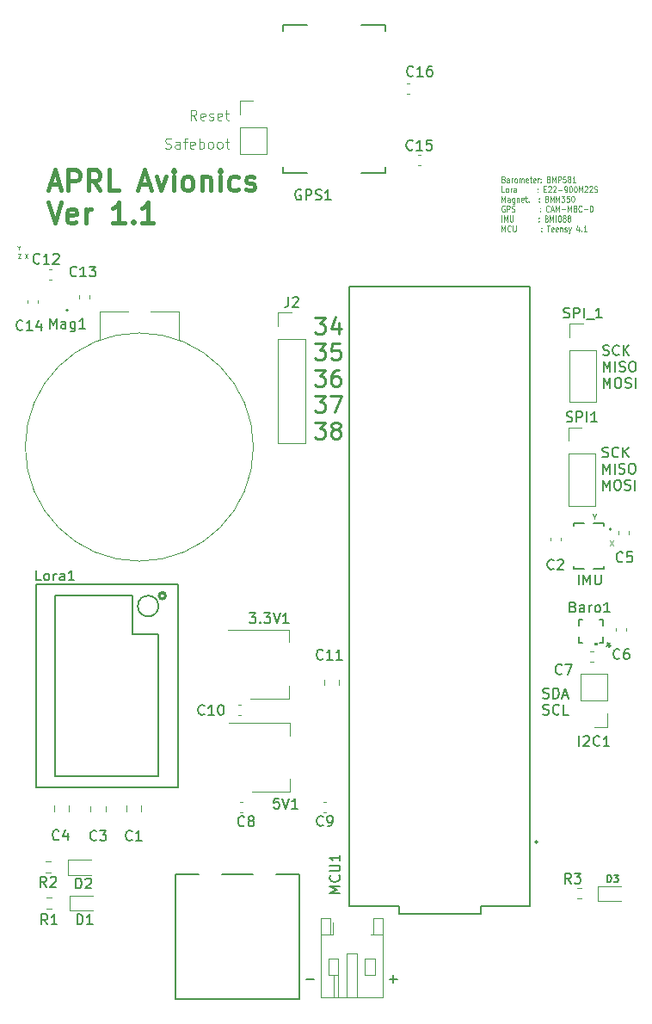
<source format=gbr>
%TF.GenerationSoftware,KiCad,Pcbnew,8.0.3*%
%TF.CreationDate,2024-06-26T01:00:06-05:00*%
%TF.ProjectId,APRL,4150524c-2e6b-4696-9361-645f70636258,rev?*%
%TF.SameCoordinates,Original*%
%TF.FileFunction,Legend,Top*%
%TF.FilePolarity,Positive*%
%FSLAX46Y46*%
G04 Gerber Fmt 4.6, Leading zero omitted, Abs format (unit mm)*
G04 Created by KiCad (PCBNEW 8.0.3) date 2024-06-26 01:00:06*
%MOMM*%
%LPD*%
G01*
G04 APERTURE LIST*
%ADD10C,0.175000*%
%ADD11C,0.400000*%
%ADD12C,0.100000*%
%ADD13C,0.250000*%
%ADD14C,0.150000*%
%ADD15C,0.125000*%
%ADD16C,0.152400*%
%ADD17C,0.000000*%
%ADD18C,0.127000*%
%ADD19C,0.200000*%
%ADD20C,0.120000*%
G04 APERTURE END LIST*
D10*
X120487500Y-76700000D02*
G75*
G02*
X120312500Y-76700000I-87500J0D01*
G01*
X120312500Y-76700000D02*
G75*
G02*
X120487500Y-76700000I87500J0D01*
G01*
D11*
X118694109Y-64293121D02*
X119646490Y-64293121D01*
X118503633Y-64864550D02*
X119170299Y-62864550D01*
X119170299Y-62864550D02*
X119836966Y-64864550D01*
X120503633Y-64864550D02*
X120503633Y-62864550D01*
X120503633Y-62864550D02*
X121265538Y-62864550D01*
X121265538Y-62864550D02*
X121456014Y-62959788D01*
X121456014Y-62959788D02*
X121551252Y-63055026D01*
X121551252Y-63055026D02*
X121646490Y-63245502D01*
X121646490Y-63245502D02*
X121646490Y-63531216D01*
X121646490Y-63531216D02*
X121551252Y-63721692D01*
X121551252Y-63721692D02*
X121456014Y-63816931D01*
X121456014Y-63816931D02*
X121265538Y-63912169D01*
X121265538Y-63912169D02*
X120503633Y-63912169D01*
X123646490Y-64864550D02*
X122979823Y-63912169D01*
X122503633Y-64864550D02*
X122503633Y-62864550D01*
X122503633Y-62864550D02*
X123265538Y-62864550D01*
X123265538Y-62864550D02*
X123456014Y-62959788D01*
X123456014Y-62959788D02*
X123551252Y-63055026D01*
X123551252Y-63055026D02*
X123646490Y-63245502D01*
X123646490Y-63245502D02*
X123646490Y-63531216D01*
X123646490Y-63531216D02*
X123551252Y-63721692D01*
X123551252Y-63721692D02*
X123456014Y-63816931D01*
X123456014Y-63816931D02*
X123265538Y-63912169D01*
X123265538Y-63912169D02*
X122503633Y-63912169D01*
X125456014Y-64864550D02*
X124503633Y-64864550D01*
X124503633Y-64864550D02*
X124503633Y-62864550D01*
X127551253Y-64293121D02*
X128503634Y-64293121D01*
X127360777Y-64864550D02*
X128027443Y-62864550D01*
X128027443Y-62864550D02*
X128694110Y-64864550D01*
X129170301Y-63531216D02*
X129646491Y-64864550D01*
X129646491Y-64864550D02*
X130122682Y-63531216D01*
X130884587Y-64864550D02*
X130884587Y-63531216D01*
X130884587Y-62864550D02*
X130789349Y-62959788D01*
X130789349Y-62959788D02*
X130884587Y-63055026D01*
X130884587Y-63055026D02*
X130979825Y-62959788D01*
X130979825Y-62959788D02*
X130884587Y-62864550D01*
X130884587Y-62864550D02*
X130884587Y-63055026D01*
X132122682Y-64864550D02*
X131932206Y-64769312D01*
X131932206Y-64769312D02*
X131836968Y-64674073D01*
X131836968Y-64674073D02*
X131741730Y-64483597D01*
X131741730Y-64483597D02*
X131741730Y-63912169D01*
X131741730Y-63912169D02*
X131836968Y-63721692D01*
X131836968Y-63721692D02*
X131932206Y-63626454D01*
X131932206Y-63626454D02*
X132122682Y-63531216D01*
X132122682Y-63531216D02*
X132408397Y-63531216D01*
X132408397Y-63531216D02*
X132598873Y-63626454D01*
X132598873Y-63626454D02*
X132694111Y-63721692D01*
X132694111Y-63721692D02*
X132789349Y-63912169D01*
X132789349Y-63912169D02*
X132789349Y-64483597D01*
X132789349Y-64483597D02*
X132694111Y-64674073D01*
X132694111Y-64674073D02*
X132598873Y-64769312D01*
X132598873Y-64769312D02*
X132408397Y-64864550D01*
X132408397Y-64864550D02*
X132122682Y-64864550D01*
X133646492Y-63531216D02*
X133646492Y-64864550D01*
X133646492Y-63721692D02*
X133741730Y-63626454D01*
X133741730Y-63626454D02*
X133932206Y-63531216D01*
X133932206Y-63531216D02*
X134217921Y-63531216D01*
X134217921Y-63531216D02*
X134408397Y-63626454D01*
X134408397Y-63626454D02*
X134503635Y-63816931D01*
X134503635Y-63816931D02*
X134503635Y-64864550D01*
X135456016Y-64864550D02*
X135456016Y-63531216D01*
X135456016Y-62864550D02*
X135360778Y-62959788D01*
X135360778Y-62959788D02*
X135456016Y-63055026D01*
X135456016Y-63055026D02*
X135551254Y-62959788D01*
X135551254Y-62959788D02*
X135456016Y-62864550D01*
X135456016Y-62864550D02*
X135456016Y-63055026D01*
X137265540Y-64769312D02*
X137075064Y-64864550D01*
X137075064Y-64864550D02*
X136694111Y-64864550D01*
X136694111Y-64864550D02*
X136503635Y-64769312D01*
X136503635Y-64769312D02*
X136408397Y-64674073D01*
X136408397Y-64674073D02*
X136313159Y-64483597D01*
X136313159Y-64483597D02*
X136313159Y-63912169D01*
X136313159Y-63912169D02*
X136408397Y-63721692D01*
X136408397Y-63721692D02*
X136503635Y-63626454D01*
X136503635Y-63626454D02*
X136694111Y-63531216D01*
X136694111Y-63531216D02*
X137075064Y-63531216D01*
X137075064Y-63531216D02*
X137265540Y-63626454D01*
X138027445Y-64769312D02*
X138217921Y-64864550D01*
X138217921Y-64864550D02*
X138598873Y-64864550D01*
X138598873Y-64864550D02*
X138789350Y-64769312D01*
X138789350Y-64769312D02*
X138884588Y-64578835D01*
X138884588Y-64578835D02*
X138884588Y-64483597D01*
X138884588Y-64483597D02*
X138789350Y-64293121D01*
X138789350Y-64293121D02*
X138598873Y-64197883D01*
X138598873Y-64197883D02*
X138313159Y-64197883D01*
X138313159Y-64197883D02*
X138122683Y-64102645D01*
X138122683Y-64102645D02*
X138027445Y-63912169D01*
X138027445Y-63912169D02*
X138027445Y-63816931D01*
X138027445Y-63816931D02*
X138122683Y-63626454D01*
X138122683Y-63626454D02*
X138313159Y-63531216D01*
X138313159Y-63531216D02*
X138598873Y-63531216D01*
X138598873Y-63531216D02*
X138789350Y-63626454D01*
X118503633Y-66084438D02*
X119170299Y-68084438D01*
X119170299Y-68084438D02*
X119836966Y-66084438D01*
X121265538Y-67989200D02*
X121075062Y-68084438D01*
X121075062Y-68084438D02*
X120694109Y-68084438D01*
X120694109Y-68084438D02*
X120503633Y-67989200D01*
X120503633Y-67989200D02*
X120408395Y-67798723D01*
X120408395Y-67798723D02*
X120408395Y-67036819D01*
X120408395Y-67036819D02*
X120503633Y-66846342D01*
X120503633Y-66846342D02*
X120694109Y-66751104D01*
X120694109Y-66751104D02*
X121075062Y-66751104D01*
X121075062Y-66751104D02*
X121265538Y-66846342D01*
X121265538Y-66846342D02*
X121360776Y-67036819D01*
X121360776Y-67036819D02*
X121360776Y-67227295D01*
X121360776Y-67227295D02*
X120408395Y-67417771D01*
X122217919Y-68084438D02*
X122217919Y-66751104D01*
X122217919Y-67132057D02*
X122313157Y-66941580D01*
X122313157Y-66941580D02*
X122408395Y-66846342D01*
X122408395Y-66846342D02*
X122598871Y-66751104D01*
X122598871Y-66751104D02*
X122789348Y-66751104D01*
X126027443Y-68084438D02*
X124884586Y-68084438D01*
X125456014Y-68084438D02*
X125456014Y-66084438D01*
X125456014Y-66084438D02*
X125265538Y-66370152D01*
X125265538Y-66370152D02*
X125075062Y-66560628D01*
X125075062Y-66560628D02*
X124884586Y-66655866D01*
X126884586Y-67893961D02*
X126979824Y-67989200D01*
X126979824Y-67989200D02*
X126884586Y-68084438D01*
X126884586Y-68084438D02*
X126789348Y-67989200D01*
X126789348Y-67989200D02*
X126884586Y-67893961D01*
X126884586Y-67893961D02*
X126884586Y-68084438D01*
X128884586Y-68084438D02*
X127741729Y-68084438D01*
X128313157Y-68084438D02*
X128313157Y-66084438D01*
X128313157Y-66084438D02*
X128122681Y-66370152D01*
X128122681Y-66370152D02*
X127932205Y-66560628D01*
X127932205Y-66560628D02*
X127741729Y-66655866D01*
D12*
X116222931Y-71145847D02*
X116489598Y-71545847D01*
X116489598Y-71145847D02*
X116222931Y-71545847D01*
D13*
X144793044Y-77387550D02*
X145783520Y-77387550D01*
X145783520Y-77387550D02*
X145250187Y-77997074D01*
X145250187Y-77997074D02*
X145478758Y-77997074D01*
X145478758Y-77997074D02*
X145631139Y-78073264D01*
X145631139Y-78073264D02*
X145707330Y-78149455D01*
X145707330Y-78149455D02*
X145783520Y-78301836D01*
X145783520Y-78301836D02*
X145783520Y-78682788D01*
X145783520Y-78682788D02*
X145707330Y-78835169D01*
X145707330Y-78835169D02*
X145631139Y-78911360D01*
X145631139Y-78911360D02*
X145478758Y-78987550D01*
X145478758Y-78987550D02*
X145021615Y-78987550D01*
X145021615Y-78987550D02*
X144869234Y-78911360D01*
X144869234Y-78911360D02*
X144793044Y-78835169D01*
X147154949Y-77920883D02*
X147154949Y-78987550D01*
X146773997Y-77311360D02*
X146393044Y-78454217D01*
X146393044Y-78454217D02*
X147383521Y-78454217D01*
X144793044Y-79963460D02*
X145783520Y-79963460D01*
X145783520Y-79963460D02*
X145250187Y-80572984D01*
X145250187Y-80572984D02*
X145478758Y-80572984D01*
X145478758Y-80572984D02*
X145631139Y-80649174D01*
X145631139Y-80649174D02*
X145707330Y-80725365D01*
X145707330Y-80725365D02*
X145783520Y-80877746D01*
X145783520Y-80877746D02*
X145783520Y-81258698D01*
X145783520Y-81258698D02*
X145707330Y-81411079D01*
X145707330Y-81411079D02*
X145631139Y-81487270D01*
X145631139Y-81487270D02*
X145478758Y-81563460D01*
X145478758Y-81563460D02*
X145021615Y-81563460D01*
X145021615Y-81563460D02*
X144869234Y-81487270D01*
X144869234Y-81487270D02*
X144793044Y-81411079D01*
X147231140Y-79963460D02*
X146469235Y-79963460D01*
X146469235Y-79963460D02*
X146393044Y-80725365D01*
X146393044Y-80725365D02*
X146469235Y-80649174D01*
X146469235Y-80649174D02*
X146621616Y-80572984D01*
X146621616Y-80572984D02*
X147002568Y-80572984D01*
X147002568Y-80572984D02*
X147154949Y-80649174D01*
X147154949Y-80649174D02*
X147231140Y-80725365D01*
X147231140Y-80725365D02*
X147307330Y-80877746D01*
X147307330Y-80877746D02*
X147307330Y-81258698D01*
X147307330Y-81258698D02*
X147231140Y-81411079D01*
X147231140Y-81411079D02*
X147154949Y-81487270D01*
X147154949Y-81487270D02*
X147002568Y-81563460D01*
X147002568Y-81563460D02*
X146621616Y-81563460D01*
X146621616Y-81563460D02*
X146469235Y-81487270D01*
X146469235Y-81487270D02*
X146393044Y-81411079D01*
X144793044Y-82539370D02*
X145783520Y-82539370D01*
X145783520Y-82539370D02*
X145250187Y-83148894D01*
X145250187Y-83148894D02*
X145478758Y-83148894D01*
X145478758Y-83148894D02*
X145631139Y-83225084D01*
X145631139Y-83225084D02*
X145707330Y-83301275D01*
X145707330Y-83301275D02*
X145783520Y-83453656D01*
X145783520Y-83453656D02*
X145783520Y-83834608D01*
X145783520Y-83834608D02*
X145707330Y-83986989D01*
X145707330Y-83986989D02*
X145631139Y-84063180D01*
X145631139Y-84063180D02*
X145478758Y-84139370D01*
X145478758Y-84139370D02*
X145021615Y-84139370D01*
X145021615Y-84139370D02*
X144869234Y-84063180D01*
X144869234Y-84063180D02*
X144793044Y-83986989D01*
X147154949Y-82539370D02*
X146850187Y-82539370D01*
X146850187Y-82539370D02*
X146697806Y-82615560D01*
X146697806Y-82615560D02*
X146621616Y-82691751D01*
X146621616Y-82691751D02*
X146469235Y-82920322D01*
X146469235Y-82920322D02*
X146393044Y-83225084D01*
X146393044Y-83225084D02*
X146393044Y-83834608D01*
X146393044Y-83834608D02*
X146469235Y-83986989D01*
X146469235Y-83986989D02*
X146545425Y-84063180D01*
X146545425Y-84063180D02*
X146697806Y-84139370D01*
X146697806Y-84139370D02*
X147002568Y-84139370D01*
X147002568Y-84139370D02*
X147154949Y-84063180D01*
X147154949Y-84063180D02*
X147231140Y-83986989D01*
X147231140Y-83986989D02*
X147307330Y-83834608D01*
X147307330Y-83834608D02*
X147307330Y-83453656D01*
X147307330Y-83453656D02*
X147231140Y-83301275D01*
X147231140Y-83301275D02*
X147154949Y-83225084D01*
X147154949Y-83225084D02*
X147002568Y-83148894D01*
X147002568Y-83148894D02*
X146697806Y-83148894D01*
X146697806Y-83148894D02*
X146545425Y-83225084D01*
X146545425Y-83225084D02*
X146469235Y-83301275D01*
X146469235Y-83301275D02*
X146393044Y-83453656D01*
X144793044Y-85115280D02*
X145783520Y-85115280D01*
X145783520Y-85115280D02*
X145250187Y-85724804D01*
X145250187Y-85724804D02*
X145478758Y-85724804D01*
X145478758Y-85724804D02*
X145631139Y-85800994D01*
X145631139Y-85800994D02*
X145707330Y-85877185D01*
X145707330Y-85877185D02*
X145783520Y-86029566D01*
X145783520Y-86029566D02*
X145783520Y-86410518D01*
X145783520Y-86410518D02*
X145707330Y-86562899D01*
X145707330Y-86562899D02*
X145631139Y-86639090D01*
X145631139Y-86639090D02*
X145478758Y-86715280D01*
X145478758Y-86715280D02*
X145021615Y-86715280D01*
X145021615Y-86715280D02*
X144869234Y-86639090D01*
X144869234Y-86639090D02*
X144793044Y-86562899D01*
X146316854Y-85115280D02*
X147383521Y-85115280D01*
X147383521Y-85115280D02*
X146697806Y-86715280D01*
X144793044Y-87691190D02*
X145783520Y-87691190D01*
X145783520Y-87691190D02*
X145250187Y-88300714D01*
X145250187Y-88300714D02*
X145478758Y-88300714D01*
X145478758Y-88300714D02*
X145631139Y-88376904D01*
X145631139Y-88376904D02*
X145707330Y-88453095D01*
X145707330Y-88453095D02*
X145783520Y-88605476D01*
X145783520Y-88605476D02*
X145783520Y-88986428D01*
X145783520Y-88986428D02*
X145707330Y-89138809D01*
X145707330Y-89138809D02*
X145631139Y-89215000D01*
X145631139Y-89215000D02*
X145478758Y-89291190D01*
X145478758Y-89291190D02*
X145021615Y-89291190D01*
X145021615Y-89291190D02*
X144869234Y-89215000D01*
X144869234Y-89215000D02*
X144793044Y-89138809D01*
X146697806Y-88376904D02*
X146545425Y-88300714D01*
X146545425Y-88300714D02*
X146469235Y-88224523D01*
X146469235Y-88224523D02*
X146393044Y-88072142D01*
X146393044Y-88072142D02*
X146393044Y-87995952D01*
X146393044Y-87995952D02*
X146469235Y-87843571D01*
X146469235Y-87843571D02*
X146545425Y-87767380D01*
X146545425Y-87767380D02*
X146697806Y-87691190D01*
X146697806Y-87691190D02*
X147002568Y-87691190D01*
X147002568Y-87691190D02*
X147154949Y-87767380D01*
X147154949Y-87767380D02*
X147231140Y-87843571D01*
X147231140Y-87843571D02*
X147307330Y-87995952D01*
X147307330Y-87995952D02*
X147307330Y-88072142D01*
X147307330Y-88072142D02*
X147231140Y-88224523D01*
X147231140Y-88224523D02*
X147154949Y-88300714D01*
X147154949Y-88300714D02*
X147002568Y-88376904D01*
X147002568Y-88376904D02*
X146697806Y-88376904D01*
X146697806Y-88376904D02*
X146545425Y-88453095D01*
X146545425Y-88453095D02*
X146469235Y-88529285D01*
X146469235Y-88529285D02*
X146393044Y-88681666D01*
X146393044Y-88681666D02*
X146393044Y-88986428D01*
X146393044Y-88986428D02*
X146469235Y-89138809D01*
X146469235Y-89138809D02*
X146545425Y-89215000D01*
X146545425Y-89215000D02*
X146697806Y-89291190D01*
X146697806Y-89291190D02*
X147002568Y-89291190D01*
X147002568Y-89291190D02*
X147154949Y-89215000D01*
X147154949Y-89215000D02*
X147231140Y-89138809D01*
X147231140Y-89138809D02*
X147307330Y-88986428D01*
X147307330Y-88986428D02*
X147307330Y-88681666D01*
X147307330Y-88681666D02*
X147231140Y-88529285D01*
X147231140Y-88529285D02*
X147154949Y-88453095D01*
X147154949Y-88453095D02*
X147002568Y-88376904D01*
D12*
X115637217Y-70555371D02*
X115637217Y-70745847D01*
X115503884Y-70345847D02*
X115637217Y-70555371D01*
X115637217Y-70555371D02*
X115770550Y-70345847D01*
D14*
X152136779Y-142488866D02*
X152898684Y-142488866D01*
X152517731Y-142869819D02*
X152517731Y-142107914D01*
X170736779Y-103669819D02*
X170736779Y-102669819D01*
X171212969Y-103669819D02*
X171212969Y-102669819D01*
X171212969Y-102669819D02*
X171546302Y-103384104D01*
X171546302Y-103384104D02*
X171879635Y-102669819D01*
X171879635Y-102669819D02*
X171879635Y-103669819D01*
X172355826Y-102669819D02*
X172355826Y-103479342D01*
X172355826Y-103479342D02*
X172403445Y-103574580D01*
X172403445Y-103574580D02*
X172451064Y-103622200D01*
X172451064Y-103622200D02*
X172546302Y-103669819D01*
X172546302Y-103669819D02*
X172736778Y-103669819D01*
X172736778Y-103669819D02*
X172832016Y-103622200D01*
X172832016Y-103622200D02*
X172879635Y-103574580D01*
X172879635Y-103574580D02*
X172927254Y-103479342D01*
X172927254Y-103479342D02*
X172927254Y-102669819D01*
X173089160Y-91102312D02*
X173232017Y-91149931D01*
X173232017Y-91149931D02*
X173470112Y-91149931D01*
X173470112Y-91149931D02*
X173565350Y-91102312D01*
X173565350Y-91102312D02*
X173612969Y-91054692D01*
X173612969Y-91054692D02*
X173660588Y-90959454D01*
X173660588Y-90959454D02*
X173660588Y-90864216D01*
X173660588Y-90864216D02*
X173612969Y-90768978D01*
X173612969Y-90768978D02*
X173565350Y-90721359D01*
X173565350Y-90721359D02*
X173470112Y-90673740D01*
X173470112Y-90673740D02*
X173279636Y-90626121D01*
X173279636Y-90626121D02*
X173184398Y-90578502D01*
X173184398Y-90578502D02*
X173136779Y-90530883D01*
X173136779Y-90530883D02*
X173089160Y-90435645D01*
X173089160Y-90435645D02*
X173089160Y-90340407D01*
X173089160Y-90340407D02*
X173136779Y-90245169D01*
X173136779Y-90245169D02*
X173184398Y-90197550D01*
X173184398Y-90197550D02*
X173279636Y-90149931D01*
X173279636Y-90149931D02*
X173517731Y-90149931D01*
X173517731Y-90149931D02*
X173660588Y-90197550D01*
X174660588Y-91054692D02*
X174612969Y-91102312D01*
X174612969Y-91102312D02*
X174470112Y-91149931D01*
X174470112Y-91149931D02*
X174374874Y-91149931D01*
X174374874Y-91149931D02*
X174232017Y-91102312D01*
X174232017Y-91102312D02*
X174136779Y-91007073D01*
X174136779Y-91007073D02*
X174089160Y-90911835D01*
X174089160Y-90911835D02*
X174041541Y-90721359D01*
X174041541Y-90721359D02*
X174041541Y-90578502D01*
X174041541Y-90578502D02*
X174089160Y-90388026D01*
X174089160Y-90388026D02*
X174136779Y-90292788D01*
X174136779Y-90292788D02*
X174232017Y-90197550D01*
X174232017Y-90197550D02*
X174374874Y-90149931D01*
X174374874Y-90149931D02*
X174470112Y-90149931D01*
X174470112Y-90149931D02*
X174612969Y-90197550D01*
X174612969Y-90197550D02*
X174660588Y-90245169D01*
X175089160Y-91149931D02*
X175089160Y-90149931D01*
X175660588Y-91149931D02*
X175232017Y-90578502D01*
X175660588Y-90149931D02*
X175089160Y-90721359D01*
X173136779Y-92759875D02*
X173136779Y-91759875D01*
X173136779Y-91759875D02*
X173470112Y-92474160D01*
X173470112Y-92474160D02*
X173803445Y-91759875D01*
X173803445Y-91759875D02*
X173803445Y-92759875D01*
X174279636Y-92759875D02*
X174279636Y-91759875D01*
X174708207Y-92712256D02*
X174851064Y-92759875D01*
X174851064Y-92759875D02*
X175089159Y-92759875D01*
X175089159Y-92759875D02*
X175184397Y-92712256D01*
X175184397Y-92712256D02*
X175232016Y-92664636D01*
X175232016Y-92664636D02*
X175279635Y-92569398D01*
X175279635Y-92569398D02*
X175279635Y-92474160D01*
X175279635Y-92474160D02*
X175232016Y-92378922D01*
X175232016Y-92378922D02*
X175184397Y-92331303D01*
X175184397Y-92331303D02*
X175089159Y-92283684D01*
X175089159Y-92283684D02*
X174898683Y-92236065D01*
X174898683Y-92236065D02*
X174803445Y-92188446D01*
X174803445Y-92188446D02*
X174755826Y-92140827D01*
X174755826Y-92140827D02*
X174708207Y-92045589D01*
X174708207Y-92045589D02*
X174708207Y-91950351D01*
X174708207Y-91950351D02*
X174755826Y-91855113D01*
X174755826Y-91855113D02*
X174803445Y-91807494D01*
X174803445Y-91807494D02*
X174898683Y-91759875D01*
X174898683Y-91759875D02*
X175136778Y-91759875D01*
X175136778Y-91759875D02*
X175279635Y-91807494D01*
X175898683Y-91759875D02*
X176089159Y-91759875D01*
X176089159Y-91759875D02*
X176184397Y-91807494D01*
X176184397Y-91807494D02*
X176279635Y-91902732D01*
X176279635Y-91902732D02*
X176327254Y-92093208D01*
X176327254Y-92093208D02*
X176327254Y-92426541D01*
X176327254Y-92426541D02*
X176279635Y-92617017D01*
X176279635Y-92617017D02*
X176184397Y-92712256D01*
X176184397Y-92712256D02*
X176089159Y-92759875D01*
X176089159Y-92759875D02*
X175898683Y-92759875D01*
X175898683Y-92759875D02*
X175803445Y-92712256D01*
X175803445Y-92712256D02*
X175708207Y-92617017D01*
X175708207Y-92617017D02*
X175660588Y-92426541D01*
X175660588Y-92426541D02*
X175660588Y-92093208D01*
X175660588Y-92093208D02*
X175708207Y-91902732D01*
X175708207Y-91902732D02*
X175803445Y-91807494D01*
X175803445Y-91807494D02*
X175898683Y-91759875D01*
X173136779Y-94369819D02*
X173136779Y-93369819D01*
X173136779Y-93369819D02*
X173470112Y-94084104D01*
X173470112Y-94084104D02*
X173803445Y-93369819D01*
X173803445Y-93369819D02*
X173803445Y-94369819D01*
X174470112Y-93369819D02*
X174660588Y-93369819D01*
X174660588Y-93369819D02*
X174755826Y-93417438D01*
X174755826Y-93417438D02*
X174851064Y-93512676D01*
X174851064Y-93512676D02*
X174898683Y-93703152D01*
X174898683Y-93703152D02*
X174898683Y-94036485D01*
X174898683Y-94036485D02*
X174851064Y-94226961D01*
X174851064Y-94226961D02*
X174755826Y-94322200D01*
X174755826Y-94322200D02*
X174660588Y-94369819D01*
X174660588Y-94369819D02*
X174470112Y-94369819D01*
X174470112Y-94369819D02*
X174374874Y-94322200D01*
X174374874Y-94322200D02*
X174279636Y-94226961D01*
X174279636Y-94226961D02*
X174232017Y-94036485D01*
X174232017Y-94036485D02*
X174232017Y-93703152D01*
X174232017Y-93703152D02*
X174279636Y-93512676D01*
X174279636Y-93512676D02*
X174374874Y-93417438D01*
X174374874Y-93417438D02*
X174470112Y-93369819D01*
X175279636Y-94322200D02*
X175422493Y-94369819D01*
X175422493Y-94369819D02*
X175660588Y-94369819D01*
X175660588Y-94369819D02*
X175755826Y-94322200D01*
X175755826Y-94322200D02*
X175803445Y-94274580D01*
X175803445Y-94274580D02*
X175851064Y-94179342D01*
X175851064Y-94179342D02*
X175851064Y-94084104D01*
X175851064Y-94084104D02*
X175803445Y-93988866D01*
X175803445Y-93988866D02*
X175755826Y-93941247D01*
X175755826Y-93941247D02*
X175660588Y-93893628D01*
X175660588Y-93893628D02*
X175470112Y-93846009D01*
X175470112Y-93846009D02*
X175374874Y-93798390D01*
X175374874Y-93798390D02*
X175327255Y-93750771D01*
X175327255Y-93750771D02*
X175279636Y-93655533D01*
X175279636Y-93655533D02*
X175279636Y-93560295D01*
X175279636Y-93560295D02*
X175327255Y-93465057D01*
X175327255Y-93465057D02*
X175374874Y-93417438D01*
X175374874Y-93417438D02*
X175470112Y-93369819D01*
X175470112Y-93369819D02*
X175708207Y-93369819D01*
X175708207Y-93369819D02*
X175851064Y-93417438D01*
X176279636Y-94369819D02*
X176279636Y-93369819D01*
D12*
X130056265Y-60724800D02*
X130199122Y-60772419D01*
X130199122Y-60772419D02*
X130437217Y-60772419D01*
X130437217Y-60772419D02*
X130532455Y-60724800D01*
X130532455Y-60724800D02*
X130580074Y-60677180D01*
X130580074Y-60677180D02*
X130627693Y-60581942D01*
X130627693Y-60581942D02*
X130627693Y-60486704D01*
X130627693Y-60486704D02*
X130580074Y-60391466D01*
X130580074Y-60391466D02*
X130532455Y-60343847D01*
X130532455Y-60343847D02*
X130437217Y-60296228D01*
X130437217Y-60296228D02*
X130246741Y-60248609D01*
X130246741Y-60248609D02*
X130151503Y-60200990D01*
X130151503Y-60200990D02*
X130103884Y-60153371D01*
X130103884Y-60153371D02*
X130056265Y-60058133D01*
X130056265Y-60058133D02*
X130056265Y-59962895D01*
X130056265Y-59962895D02*
X130103884Y-59867657D01*
X130103884Y-59867657D02*
X130151503Y-59820038D01*
X130151503Y-59820038D02*
X130246741Y-59772419D01*
X130246741Y-59772419D02*
X130484836Y-59772419D01*
X130484836Y-59772419D02*
X130627693Y-59820038D01*
X131484836Y-60772419D02*
X131484836Y-60248609D01*
X131484836Y-60248609D02*
X131437217Y-60153371D01*
X131437217Y-60153371D02*
X131341979Y-60105752D01*
X131341979Y-60105752D02*
X131151503Y-60105752D01*
X131151503Y-60105752D02*
X131056265Y-60153371D01*
X131484836Y-60724800D02*
X131389598Y-60772419D01*
X131389598Y-60772419D02*
X131151503Y-60772419D01*
X131151503Y-60772419D02*
X131056265Y-60724800D01*
X131056265Y-60724800D02*
X131008646Y-60629561D01*
X131008646Y-60629561D02*
X131008646Y-60534323D01*
X131008646Y-60534323D02*
X131056265Y-60439085D01*
X131056265Y-60439085D02*
X131151503Y-60391466D01*
X131151503Y-60391466D02*
X131389598Y-60391466D01*
X131389598Y-60391466D02*
X131484836Y-60343847D01*
X131818170Y-60105752D02*
X132199122Y-60105752D01*
X131961027Y-60772419D02*
X131961027Y-59915276D01*
X131961027Y-59915276D02*
X132008646Y-59820038D01*
X132008646Y-59820038D02*
X132103884Y-59772419D01*
X132103884Y-59772419D02*
X132199122Y-59772419D01*
X132913408Y-60724800D02*
X132818170Y-60772419D01*
X132818170Y-60772419D02*
X132627694Y-60772419D01*
X132627694Y-60772419D02*
X132532456Y-60724800D01*
X132532456Y-60724800D02*
X132484837Y-60629561D01*
X132484837Y-60629561D02*
X132484837Y-60248609D01*
X132484837Y-60248609D02*
X132532456Y-60153371D01*
X132532456Y-60153371D02*
X132627694Y-60105752D01*
X132627694Y-60105752D02*
X132818170Y-60105752D01*
X132818170Y-60105752D02*
X132913408Y-60153371D01*
X132913408Y-60153371D02*
X132961027Y-60248609D01*
X132961027Y-60248609D02*
X132961027Y-60343847D01*
X132961027Y-60343847D02*
X132484837Y-60439085D01*
X133389599Y-60772419D02*
X133389599Y-59772419D01*
X133389599Y-60153371D02*
X133484837Y-60105752D01*
X133484837Y-60105752D02*
X133675313Y-60105752D01*
X133675313Y-60105752D02*
X133770551Y-60153371D01*
X133770551Y-60153371D02*
X133818170Y-60200990D01*
X133818170Y-60200990D02*
X133865789Y-60296228D01*
X133865789Y-60296228D02*
X133865789Y-60581942D01*
X133865789Y-60581942D02*
X133818170Y-60677180D01*
X133818170Y-60677180D02*
X133770551Y-60724800D01*
X133770551Y-60724800D02*
X133675313Y-60772419D01*
X133675313Y-60772419D02*
X133484837Y-60772419D01*
X133484837Y-60772419D02*
X133389599Y-60724800D01*
X134437218Y-60772419D02*
X134341980Y-60724800D01*
X134341980Y-60724800D02*
X134294361Y-60677180D01*
X134294361Y-60677180D02*
X134246742Y-60581942D01*
X134246742Y-60581942D02*
X134246742Y-60296228D01*
X134246742Y-60296228D02*
X134294361Y-60200990D01*
X134294361Y-60200990D02*
X134341980Y-60153371D01*
X134341980Y-60153371D02*
X134437218Y-60105752D01*
X134437218Y-60105752D02*
X134580075Y-60105752D01*
X134580075Y-60105752D02*
X134675313Y-60153371D01*
X134675313Y-60153371D02*
X134722932Y-60200990D01*
X134722932Y-60200990D02*
X134770551Y-60296228D01*
X134770551Y-60296228D02*
X134770551Y-60581942D01*
X134770551Y-60581942D02*
X134722932Y-60677180D01*
X134722932Y-60677180D02*
X134675313Y-60724800D01*
X134675313Y-60724800D02*
X134580075Y-60772419D01*
X134580075Y-60772419D02*
X134437218Y-60772419D01*
X135341980Y-60772419D02*
X135246742Y-60724800D01*
X135246742Y-60724800D02*
X135199123Y-60677180D01*
X135199123Y-60677180D02*
X135151504Y-60581942D01*
X135151504Y-60581942D02*
X135151504Y-60296228D01*
X135151504Y-60296228D02*
X135199123Y-60200990D01*
X135199123Y-60200990D02*
X135246742Y-60153371D01*
X135246742Y-60153371D02*
X135341980Y-60105752D01*
X135341980Y-60105752D02*
X135484837Y-60105752D01*
X135484837Y-60105752D02*
X135580075Y-60153371D01*
X135580075Y-60153371D02*
X135627694Y-60200990D01*
X135627694Y-60200990D02*
X135675313Y-60296228D01*
X135675313Y-60296228D02*
X135675313Y-60581942D01*
X135675313Y-60581942D02*
X135627694Y-60677180D01*
X135627694Y-60677180D02*
X135580075Y-60724800D01*
X135580075Y-60724800D02*
X135484837Y-60772419D01*
X135484837Y-60772419D02*
X135341980Y-60772419D01*
X135961028Y-60105752D02*
X136341980Y-60105752D01*
X136103885Y-59772419D02*
X136103885Y-60629561D01*
X136103885Y-60629561D02*
X136151504Y-60724800D01*
X136151504Y-60724800D02*
X136246742Y-60772419D01*
X136246742Y-60772419D02*
X136341980Y-60772419D01*
D14*
X143936779Y-142488866D02*
X144698684Y-142488866D01*
D12*
X163351503Y-63777255D02*
X163422931Y-63805827D01*
X163422931Y-63805827D02*
X163446741Y-63834398D01*
X163446741Y-63834398D02*
X163470550Y-63891541D01*
X163470550Y-63891541D02*
X163470550Y-63977255D01*
X163470550Y-63977255D02*
X163446741Y-64034398D01*
X163446741Y-64034398D02*
X163422931Y-64062970D01*
X163422931Y-64062970D02*
X163375312Y-64091541D01*
X163375312Y-64091541D02*
X163184836Y-64091541D01*
X163184836Y-64091541D02*
X163184836Y-63491541D01*
X163184836Y-63491541D02*
X163351503Y-63491541D01*
X163351503Y-63491541D02*
X163399122Y-63520112D01*
X163399122Y-63520112D02*
X163422931Y-63548684D01*
X163422931Y-63548684D02*
X163446741Y-63605827D01*
X163446741Y-63605827D02*
X163446741Y-63662970D01*
X163446741Y-63662970D02*
X163422931Y-63720112D01*
X163422931Y-63720112D02*
X163399122Y-63748684D01*
X163399122Y-63748684D02*
X163351503Y-63777255D01*
X163351503Y-63777255D02*
X163184836Y-63777255D01*
X163899122Y-64091541D02*
X163899122Y-63777255D01*
X163899122Y-63777255D02*
X163875312Y-63720112D01*
X163875312Y-63720112D02*
X163827693Y-63691541D01*
X163827693Y-63691541D02*
X163732455Y-63691541D01*
X163732455Y-63691541D02*
X163684836Y-63720112D01*
X163899122Y-64062970D02*
X163851503Y-64091541D01*
X163851503Y-64091541D02*
X163732455Y-64091541D01*
X163732455Y-64091541D02*
X163684836Y-64062970D01*
X163684836Y-64062970D02*
X163661027Y-64005827D01*
X163661027Y-64005827D02*
X163661027Y-63948684D01*
X163661027Y-63948684D02*
X163684836Y-63891541D01*
X163684836Y-63891541D02*
X163732455Y-63862970D01*
X163732455Y-63862970D02*
X163851503Y-63862970D01*
X163851503Y-63862970D02*
X163899122Y-63834398D01*
X164137217Y-64091541D02*
X164137217Y-63691541D01*
X164137217Y-63805827D02*
X164161027Y-63748684D01*
X164161027Y-63748684D02*
X164184836Y-63720112D01*
X164184836Y-63720112D02*
X164232455Y-63691541D01*
X164232455Y-63691541D02*
X164280074Y-63691541D01*
X164518170Y-64091541D02*
X164470551Y-64062970D01*
X164470551Y-64062970D02*
X164446741Y-64034398D01*
X164446741Y-64034398D02*
X164422932Y-63977255D01*
X164422932Y-63977255D02*
X164422932Y-63805827D01*
X164422932Y-63805827D02*
X164446741Y-63748684D01*
X164446741Y-63748684D02*
X164470551Y-63720112D01*
X164470551Y-63720112D02*
X164518170Y-63691541D01*
X164518170Y-63691541D02*
X164589598Y-63691541D01*
X164589598Y-63691541D02*
X164637217Y-63720112D01*
X164637217Y-63720112D02*
X164661027Y-63748684D01*
X164661027Y-63748684D02*
X164684836Y-63805827D01*
X164684836Y-63805827D02*
X164684836Y-63977255D01*
X164684836Y-63977255D02*
X164661027Y-64034398D01*
X164661027Y-64034398D02*
X164637217Y-64062970D01*
X164637217Y-64062970D02*
X164589598Y-64091541D01*
X164589598Y-64091541D02*
X164518170Y-64091541D01*
X164899122Y-64091541D02*
X164899122Y-63691541D01*
X164899122Y-63748684D02*
X164922932Y-63720112D01*
X164922932Y-63720112D02*
X164970551Y-63691541D01*
X164970551Y-63691541D02*
X165041979Y-63691541D01*
X165041979Y-63691541D02*
X165089598Y-63720112D01*
X165089598Y-63720112D02*
X165113408Y-63777255D01*
X165113408Y-63777255D02*
X165113408Y-64091541D01*
X165113408Y-63777255D02*
X165137217Y-63720112D01*
X165137217Y-63720112D02*
X165184836Y-63691541D01*
X165184836Y-63691541D02*
X165256265Y-63691541D01*
X165256265Y-63691541D02*
X165303884Y-63720112D01*
X165303884Y-63720112D02*
X165327694Y-63777255D01*
X165327694Y-63777255D02*
X165327694Y-64091541D01*
X165756265Y-64062970D02*
X165708646Y-64091541D01*
X165708646Y-64091541D02*
X165613408Y-64091541D01*
X165613408Y-64091541D02*
X165565789Y-64062970D01*
X165565789Y-64062970D02*
X165541980Y-64005827D01*
X165541980Y-64005827D02*
X165541980Y-63777255D01*
X165541980Y-63777255D02*
X165565789Y-63720112D01*
X165565789Y-63720112D02*
X165613408Y-63691541D01*
X165613408Y-63691541D02*
X165708646Y-63691541D01*
X165708646Y-63691541D02*
X165756265Y-63720112D01*
X165756265Y-63720112D02*
X165780075Y-63777255D01*
X165780075Y-63777255D02*
X165780075Y-63834398D01*
X165780075Y-63834398D02*
X165541980Y-63891541D01*
X165922932Y-63691541D02*
X166113408Y-63691541D01*
X165994360Y-63491541D02*
X165994360Y-64005827D01*
X165994360Y-64005827D02*
X166018170Y-64062970D01*
X166018170Y-64062970D02*
X166065789Y-64091541D01*
X166065789Y-64091541D02*
X166113408Y-64091541D01*
X166470550Y-64062970D02*
X166422931Y-64091541D01*
X166422931Y-64091541D02*
X166327693Y-64091541D01*
X166327693Y-64091541D02*
X166280074Y-64062970D01*
X166280074Y-64062970D02*
X166256265Y-64005827D01*
X166256265Y-64005827D02*
X166256265Y-63777255D01*
X166256265Y-63777255D02*
X166280074Y-63720112D01*
X166280074Y-63720112D02*
X166327693Y-63691541D01*
X166327693Y-63691541D02*
X166422931Y-63691541D01*
X166422931Y-63691541D02*
X166470550Y-63720112D01*
X166470550Y-63720112D02*
X166494360Y-63777255D01*
X166494360Y-63777255D02*
X166494360Y-63834398D01*
X166494360Y-63834398D02*
X166256265Y-63891541D01*
X166708645Y-64091541D02*
X166708645Y-63691541D01*
X166708645Y-63805827D02*
X166732455Y-63748684D01*
X166732455Y-63748684D02*
X166756264Y-63720112D01*
X166756264Y-63720112D02*
X166803883Y-63691541D01*
X166803883Y-63691541D02*
X166851502Y-63691541D01*
X167018169Y-64034398D02*
X167041979Y-64062970D01*
X167041979Y-64062970D02*
X167018169Y-64091541D01*
X167018169Y-64091541D02*
X166994360Y-64062970D01*
X166994360Y-64062970D02*
X167018169Y-64034398D01*
X167018169Y-64034398D02*
X167018169Y-64091541D01*
X167018169Y-63720112D02*
X167041979Y-63748684D01*
X167041979Y-63748684D02*
X167018169Y-63777255D01*
X167018169Y-63777255D02*
X166994360Y-63748684D01*
X166994360Y-63748684D02*
X167018169Y-63720112D01*
X167018169Y-63720112D02*
X167018169Y-63777255D01*
X167803883Y-63777255D02*
X167875311Y-63805827D01*
X167875311Y-63805827D02*
X167899121Y-63834398D01*
X167899121Y-63834398D02*
X167922930Y-63891541D01*
X167922930Y-63891541D02*
X167922930Y-63977255D01*
X167922930Y-63977255D02*
X167899121Y-64034398D01*
X167899121Y-64034398D02*
X167875311Y-64062970D01*
X167875311Y-64062970D02*
X167827692Y-64091541D01*
X167827692Y-64091541D02*
X167637216Y-64091541D01*
X167637216Y-64091541D02*
X167637216Y-63491541D01*
X167637216Y-63491541D02*
X167803883Y-63491541D01*
X167803883Y-63491541D02*
X167851502Y-63520112D01*
X167851502Y-63520112D02*
X167875311Y-63548684D01*
X167875311Y-63548684D02*
X167899121Y-63605827D01*
X167899121Y-63605827D02*
X167899121Y-63662970D01*
X167899121Y-63662970D02*
X167875311Y-63720112D01*
X167875311Y-63720112D02*
X167851502Y-63748684D01*
X167851502Y-63748684D02*
X167803883Y-63777255D01*
X167803883Y-63777255D02*
X167637216Y-63777255D01*
X168137216Y-64091541D02*
X168137216Y-63491541D01*
X168137216Y-63491541D02*
X168303883Y-63920112D01*
X168303883Y-63920112D02*
X168470549Y-63491541D01*
X168470549Y-63491541D02*
X168470549Y-64091541D01*
X168708645Y-64091541D02*
X168708645Y-63491541D01*
X168708645Y-63491541D02*
X168899121Y-63491541D01*
X168899121Y-63491541D02*
X168946740Y-63520112D01*
X168946740Y-63520112D02*
X168970550Y-63548684D01*
X168970550Y-63548684D02*
X168994359Y-63605827D01*
X168994359Y-63605827D02*
X168994359Y-63691541D01*
X168994359Y-63691541D02*
X168970550Y-63748684D01*
X168970550Y-63748684D02*
X168946740Y-63777255D01*
X168946740Y-63777255D02*
X168899121Y-63805827D01*
X168899121Y-63805827D02*
X168708645Y-63805827D01*
X169446740Y-63491541D02*
X169208645Y-63491541D01*
X169208645Y-63491541D02*
X169184836Y-63777255D01*
X169184836Y-63777255D02*
X169208645Y-63748684D01*
X169208645Y-63748684D02*
X169256264Y-63720112D01*
X169256264Y-63720112D02*
X169375312Y-63720112D01*
X169375312Y-63720112D02*
X169422931Y-63748684D01*
X169422931Y-63748684D02*
X169446740Y-63777255D01*
X169446740Y-63777255D02*
X169470550Y-63834398D01*
X169470550Y-63834398D02*
X169470550Y-63977255D01*
X169470550Y-63977255D02*
X169446740Y-64034398D01*
X169446740Y-64034398D02*
X169422931Y-64062970D01*
X169422931Y-64062970D02*
X169375312Y-64091541D01*
X169375312Y-64091541D02*
X169256264Y-64091541D01*
X169256264Y-64091541D02*
X169208645Y-64062970D01*
X169208645Y-64062970D02*
X169184836Y-64034398D01*
X169756264Y-63748684D02*
X169708645Y-63720112D01*
X169708645Y-63720112D02*
X169684835Y-63691541D01*
X169684835Y-63691541D02*
X169661026Y-63634398D01*
X169661026Y-63634398D02*
X169661026Y-63605827D01*
X169661026Y-63605827D02*
X169684835Y-63548684D01*
X169684835Y-63548684D02*
X169708645Y-63520112D01*
X169708645Y-63520112D02*
X169756264Y-63491541D01*
X169756264Y-63491541D02*
X169851502Y-63491541D01*
X169851502Y-63491541D02*
X169899121Y-63520112D01*
X169899121Y-63520112D02*
X169922930Y-63548684D01*
X169922930Y-63548684D02*
X169946740Y-63605827D01*
X169946740Y-63605827D02*
X169946740Y-63634398D01*
X169946740Y-63634398D02*
X169922930Y-63691541D01*
X169922930Y-63691541D02*
X169899121Y-63720112D01*
X169899121Y-63720112D02*
X169851502Y-63748684D01*
X169851502Y-63748684D02*
X169756264Y-63748684D01*
X169756264Y-63748684D02*
X169708645Y-63777255D01*
X169708645Y-63777255D02*
X169684835Y-63805827D01*
X169684835Y-63805827D02*
X169661026Y-63862970D01*
X169661026Y-63862970D02*
X169661026Y-63977255D01*
X169661026Y-63977255D02*
X169684835Y-64034398D01*
X169684835Y-64034398D02*
X169708645Y-64062970D01*
X169708645Y-64062970D02*
X169756264Y-64091541D01*
X169756264Y-64091541D02*
X169851502Y-64091541D01*
X169851502Y-64091541D02*
X169899121Y-64062970D01*
X169899121Y-64062970D02*
X169922930Y-64034398D01*
X169922930Y-64034398D02*
X169946740Y-63977255D01*
X169946740Y-63977255D02*
X169946740Y-63862970D01*
X169946740Y-63862970D02*
X169922930Y-63805827D01*
X169922930Y-63805827D02*
X169899121Y-63777255D01*
X169899121Y-63777255D02*
X169851502Y-63748684D01*
X170422930Y-64091541D02*
X170137216Y-64091541D01*
X170280073Y-64091541D02*
X170280073Y-63491541D01*
X170280073Y-63491541D02*
X170232454Y-63577255D01*
X170232454Y-63577255D02*
X170184835Y-63634398D01*
X170184835Y-63634398D02*
X170137216Y-63662970D01*
X163422931Y-65057507D02*
X163184836Y-65057507D01*
X163184836Y-65057507D02*
X163184836Y-64457507D01*
X163661027Y-65057507D02*
X163613408Y-65028936D01*
X163613408Y-65028936D02*
X163589598Y-65000364D01*
X163589598Y-65000364D02*
X163565789Y-64943221D01*
X163565789Y-64943221D02*
X163565789Y-64771793D01*
X163565789Y-64771793D02*
X163589598Y-64714650D01*
X163589598Y-64714650D02*
X163613408Y-64686078D01*
X163613408Y-64686078D02*
X163661027Y-64657507D01*
X163661027Y-64657507D02*
X163732455Y-64657507D01*
X163732455Y-64657507D02*
X163780074Y-64686078D01*
X163780074Y-64686078D02*
X163803884Y-64714650D01*
X163803884Y-64714650D02*
X163827693Y-64771793D01*
X163827693Y-64771793D02*
X163827693Y-64943221D01*
X163827693Y-64943221D02*
X163803884Y-65000364D01*
X163803884Y-65000364D02*
X163780074Y-65028936D01*
X163780074Y-65028936D02*
X163732455Y-65057507D01*
X163732455Y-65057507D02*
X163661027Y-65057507D01*
X164041979Y-65057507D02*
X164041979Y-64657507D01*
X164041979Y-64771793D02*
X164065789Y-64714650D01*
X164065789Y-64714650D02*
X164089598Y-64686078D01*
X164089598Y-64686078D02*
X164137217Y-64657507D01*
X164137217Y-64657507D02*
X164184836Y-64657507D01*
X164565789Y-65057507D02*
X164565789Y-64743221D01*
X164565789Y-64743221D02*
X164541979Y-64686078D01*
X164541979Y-64686078D02*
X164494360Y-64657507D01*
X164494360Y-64657507D02*
X164399122Y-64657507D01*
X164399122Y-64657507D02*
X164351503Y-64686078D01*
X164565789Y-65028936D02*
X164518170Y-65057507D01*
X164518170Y-65057507D02*
X164399122Y-65057507D01*
X164399122Y-65057507D02*
X164351503Y-65028936D01*
X164351503Y-65028936D02*
X164327694Y-64971793D01*
X164327694Y-64971793D02*
X164327694Y-64914650D01*
X164327694Y-64914650D02*
X164351503Y-64857507D01*
X164351503Y-64857507D02*
X164399122Y-64828936D01*
X164399122Y-64828936D02*
X164518170Y-64828936D01*
X164518170Y-64828936D02*
X164565789Y-64800364D01*
X166708644Y-65000364D02*
X166732454Y-65028936D01*
X166732454Y-65028936D02*
X166708644Y-65057507D01*
X166708644Y-65057507D02*
X166684835Y-65028936D01*
X166684835Y-65028936D02*
X166708644Y-65000364D01*
X166708644Y-65000364D02*
X166708644Y-65057507D01*
X166708644Y-64686078D02*
X166732454Y-64714650D01*
X166732454Y-64714650D02*
X166708644Y-64743221D01*
X166708644Y-64743221D02*
X166684835Y-64714650D01*
X166684835Y-64714650D02*
X166708644Y-64686078D01*
X166708644Y-64686078D02*
X166708644Y-64743221D01*
X167327691Y-64743221D02*
X167494358Y-64743221D01*
X167565786Y-65057507D02*
X167327691Y-65057507D01*
X167327691Y-65057507D02*
X167327691Y-64457507D01*
X167327691Y-64457507D02*
X167565786Y-64457507D01*
X167756263Y-64514650D02*
X167780072Y-64486078D01*
X167780072Y-64486078D02*
X167827691Y-64457507D01*
X167827691Y-64457507D02*
X167946739Y-64457507D01*
X167946739Y-64457507D02*
X167994358Y-64486078D01*
X167994358Y-64486078D02*
X168018167Y-64514650D01*
X168018167Y-64514650D02*
X168041977Y-64571793D01*
X168041977Y-64571793D02*
X168041977Y-64628936D01*
X168041977Y-64628936D02*
X168018167Y-64714650D01*
X168018167Y-64714650D02*
X167732453Y-65057507D01*
X167732453Y-65057507D02*
X168041977Y-65057507D01*
X168232453Y-64514650D02*
X168256262Y-64486078D01*
X168256262Y-64486078D02*
X168303881Y-64457507D01*
X168303881Y-64457507D02*
X168422929Y-64457507D01*
X168422929Y-64457507D02*
X168470548Y-64486078D01*
X168470548Y-64486078D02*
X168494357Y-64514650D01*
X168494357Y-64514650D02*
X168518167Y-64571793D01*
X168518167Y-64571793D02*
X168518167Y-64628936D01*
X168518167Y-64628936D02*
X168494357Y-64714650D01*
X168494357Y-64714650D02*
X168208643Y-65057507D01*
X168208643Y-65057507D02*
X168518167Y-65057507D01*
X168732452Y-64828936D02*
X169113405Y-64828936D01*
X169375310Y-65057507D02*
X169470548Y-65057507D01*
X169470548Y-65057507D02*
X169518167Y-65028936D01*
X169518167Y-65028936D02*
X169541976Y-65000364D01*
X169541976Y-65000364D02*
X169589595Y-64914650D01*
X169589595Y-64914650D02*
X169613405Y-64800364D01*
X169613405Y-64800364D02*
X169613405Y-64571793D01*
X169613405Y-64571793D02*
X169589595Y-64514650D01*
X169589595Y-64514650D02*
X169565786Y-64486078D01*
X169565786Y-64486078D02*
X169518167Y-64457507D01*
X169518167Y-64457507D02*
X169422929Y-64457507D01*
X169422929Y-64457507D02*
X169375310Y-64486078D01*
X169375310Y-64486078D02*
X169351500Y-64514650D01*
X169351500Y-64514650D02*
X169327691Y-64571793D01*
X169327691Y-64571793D02*
X169327691Y-64714650D01*
X169327691Y-64714650D02*
X169351500Y-64771793D01*
X169351500Y-64771793D02*
X169375310Y-64800364D01*
X169375310Y-64800364D02*
X169422929Y-64828936D01*
X169422929Y-64828936D02*
X169518167Y-64828936D01*
X169518167Y-64828936D02*
X169565786Y-64800364D01*
X169565786Y-64800364D02*
X169589595Y-64771793D01*
X169589595Y-64771793D02*
X169613405Y-64714650D01*
X169922928Y-64457507D02*
X169970547Y-64457507D01*
X169970547Y-64457507D02*
X170018166Y-64486078D01*
X170018166Y-64486078D02*
X170041976Y-64514650D01*
X170041976Y-64514650D02*
X170065785Y-64571793D01*
X170065785Y-64571793D02*
X170089595Y-64686078D01*
X170089595Y-64686078D02*
X170089595Y-64828936D01*
X170089595Y-64828936D02*
X170065785Y-64943221D01*
X170065785Y-64943221D02*
X170041976Y-65000364D01*
X170041976Y-65000364D02*
X170018166Y-65028936D01*
X170018166Y-65028936D02*
X169970547Y-65057507D01*
X169970547Y-65057507D02*
X169922928Y-65057507D01*
X169922928Y-65057507D02*
X169875309Y-65028936D01*
X169875309Y-65028936D02*
X169851500Y-65000364D01*
X169851500Y-65000364D02*
X169827690Y-64943221D01*
X169827690Y-64943221D02*
X169803881Y-64828936D01*
X169803881Y-64828936D02*
X169803881Y-64686078D01*
X169803881Y-64686078D02*
X169827690Y-64571793D01*
X169827690Y-64571793D02*
X169851500Y-64514650D01*
X169851500Y-64514650D02*
X169875309Y-64486078D01*
X169875309Y-64486078D02*
X169922928Y-64457507D01*
X170399118Y-64457507D02*
X170446737Y-64457507D01*
X170446737Y-64457507D02*
X170494356Y-64486078D01*
X170494356Y-64486078D02*
X170518166Y-64514650D01*
X170518166Y-64514650D02*
X170541975Y-64571793D01*
X170541975Y-64571793D02*
X170565785Y-64686078D01*
X170565785Y-64686078D02*
X170565785Y-64828936D01*
X170565785Y-64828936D02*
X170541975Y-64943221D01*
X170541975Y-64943221D02*
X170518166Y-65000364D01*
X170518166Y-65000364D02*
X170494356Y-65028936D01*
X170494356Y-65028936D02*
X170446737Y-65057507D01*
X170446737Y-65057507D02*
X170399118Y-65057507D01*
X170399118Y-65057507D02*
X170351499Y-65028936D01*
X170351499Y-65028936D02*
X170327690Y-65000364D01*
X170327690Y-65000364D02*
X170303880Y-64943221D01*
X170303880Y-64943221D02*
X170280071Y-64828936D01*
X170280071Y-64828936D02*
X170280071Y-64686078D01*
X170280071Y-64686078D02*
X170303880Y-64571793D01*
X170303880Y-64571793D02*
X170327690Y-64514650D01*
X170327690Y-64514650D02*
X170351499Y-64486078D01*
X170351499Y-64486078D02*
X170399118Y-64457507D01*
X170780070Y-65057507D02*
X170780070Y-64457507D01*
X170780070Y-64457507D02*
X170946737Y-64886078D01*
X170946737Y-64886078D02*
X171113403Y-64457507D01*
X171113403Y-64457507D02*
X171113403Y-65057507D01*
X171327690Y-64514650D02*
X171351499Y-64486078D01*
X171351499Y-64486078D02*
X171399118Y-64457507D01*
X171399118Y-64457507D02*
X171518166Y-64457507D01*
X171518166Y-64457507D02*
X171565785Y-64486078D01*
X171565785Y-64486078D02*
X171589594Y-64514650D01*
X171589594Y-64514650D02*
X171613404Y-64571793D01*
X171613404Y-64571793D02*
X171613404Y-64628936D01*
X171613404Y-64628936D02*
X171589594Y-64714650D01*
X171589594Y-64714650D02*
X171303880Y-65057507D01*
X171303880Y-65057507D02*
X171613404Y-65057507D01*
X171803880Y-64514650D02*
X171827689Y-64486078D01*
X171827689Y-64486078D02*
X171875308Y-64457507D01*
X171875308Y-64457507D02*
X171994356Y-64457507D01*
X171994356Y-64457507D02*
X172041975Y-64486078D01*
X172041975Y-64486078D02*
X172065784Y-64514650D01*
X172065784Y-64514650D02*
X172089594Y-64571793D01*
X172089594Y-64571793D02*
X172089594Y-64628936D01*
X172089594Y-64628936D02*
X172065784Y-64714650D01*
X172065784Y-64714650D02*
X171780070Y-65057507D01*
X171780070Y-65057507D02*
X172089594Y-65057507D01*
X172280070Y-65028936D02*
X172351498Y-65057507D01*
X172351498Y-65057507D02*
X172470546Y-65057507D01*
X172470546Y-65057507D02*
X172518165Y-65028936D01*
X172518165Y-65028936D02*
X172541974Y-65000364D01*
X172541974Y-65000364D02*
X172565784Y-64943221D01*
X172565784Y-64943221D02*
X172565784Y-64886078D01*
X172565784Y-64886078D02*
X172541974Y-64828936D01*
X172541974Y-64828936D02*
X172518165Y-64800364D01*
X172518165Y-64800364D02*
X172470546Y-64771793D01*
X172470546Y-64771793D02*
X172375308Y-64743221D01*
X172375308Y-64743221D02*
X172327689Y-64714650D01*
X172327689Y-64714650D02*
X172303879Y-64686078D01*
X172303879Y-64686078D02*
X172280070Y-64628936D01*
X172280070Y-64628936D02*
X172280070Y-64571793D01*
X172280070Y-64571793D02*
X172303879Y-64514650D01*
X172303879Y-64514650D02*
X172327689Y-64486078D01*
X172327689Y-64486078D02*
X172375308Y-64457507D01*
X172375308Y-64457507D02*
X172494355Y-64457507D01*
X172494355Y-64457507D02*
X172565784Y-64486078D01*
X163184836Y-66023473D02*
X163184836Y-65423473D01*
X163184836Y-65423473D02*
X163351503Y-65852044D01*
X163351503Y-65852044D02*
X163518169Y-65423473D01*
X163518169Y-65423473D02*
X163518169Y-66023473D01*
X163970551Y-66023473D02*
X163970551Y-65709187D01*
X163970551Y-65709187D02*
X163946741Y-65652044D01*
X163946741Y-65652044D02*
X163899122Y-65623473D01*
X163899122Y-65623473D02*
X163803884Y-65623473D01*
X163803884Y-65623473D02*
X163756265Y-65652044D01*
X163970551Y-65994902D02*
X163922932Y-66023473D01*
X163922932Y-66023473D02*
X163803884Y-66023473D01*
X163803884Y-66023473D02*
X163756265Y-65994902D01*
X163756265Y-65994902D02*
X163732456Y-65937759D01*
X163732456Y-65937759D02*
X163732456Y-65880616D01*
X163732456Y-65880616D02*
X163756265Y-65823473D01*
X163756265Y-65823473D02*
X163803884Y-65794902D01*
X163803884Y-65794902D02*
X163922932Y-65794902D01*
X163922932Y-65794902D02*
X163970551Y-65766330D01*
X164422932Y-65623473D02*
X164422932Y-66109187D01*
X164422932Y-66109187D02*
X164399122Y-66166330D01*
X164399122Y-66166330D02*
X164375313Y-66194902D01*
X164375313Y-66194902D02*
X164327694Y-66223473D01*
X164327694Y-66223473D02*
X164256265Y-66223473D01*
X164256265Y-66223473D02*
X164208646Y-66194902D01*
X164422932Y-65994902D02*
X164375313Y-66023473D01*
X164375313Y-66023473D02*
X164280075Y-66023473D01*
X164280075Y-66023473D02*
X164232456Y-65994902D01*
X164232456Y-65994902D02*
X164208646Y-65966330D01*
X164208646Y-65966330D02*
X164184837Y-65909187D01*
X164184837Y-65909187D02*
X164184837Y-65737759D01*
X164184837Y-65737759D02*
X164208646Y-65680616D01*
X164208646Y-65680616D02*
X164232456Y-65652044D01*
X164232456Y-65652044D02*
X164280075Y-65623473D01*
X164280075Y-65623473D02*
X164375313Y-65623473D01*
X164375313Y-65623473D02*
X164422932Y-65652044D01*
X164661027Y-65623473D02*
X164661027Y-66023473D01*
X164661027Y-65680616D02*
X164684837Y-65652044D01*
X164684837Y-65652044D02*
X164732456Y-65623473D01*
X164732456Y-65623473D02*
X164803884Y-65623473D01*
X164803884Y-65623473D02*
X164851503Y-65652044D01*
X164851503Y-65652044D02*
X164875313Y-65709187D01*
X164875313Y-65709187D02*
X164875313Y-66023473D01*
X165303884Y-65994902D02*
X165256265Y-66023473D01*
X165256265Y-66023473D02*
X165161027Y-66023473D01*
X165161027Y-66023473D02*
X165113408Y-65994902D01*
X165113408Y-65994902D02*
X165089599Y-65937759D01*
X165089599Y-65937759D02*
X165089599Y-65709187D01*
X165089599Y-65709187D02*
X165113408Y-65652044D01*
X165113408Y-65652044D02*
X165161027Y-65623473D01*
X165161027Y-65623473D02*
X165256265Y-65623473D01*
X165256265Y-65623473D02*
X165303884Y-65652044D01*
X165303884Y-65652044D02*
X165327694Y-65709187D01*
X165327694Y-65709187D02*
X165327694Y-65766330D01*
X165327694Y-65766330D02*
X165089599Y-65823473D01*
X165470551Y-65623473D02*
X165661027Y-65623473D01*
X165541979Y-65423473D02*
X165541979Y-65937759D01*
X165541979Y-65937759D02*
X165565789Y-65994902D01*
X165565789Y-65994902D02*
X165613408Y-66023473D01*
X165613408Y-66023473D02*
X165661027Y-66023473D01*
X165827693Y-65966330D02*
X165851503Y-65994902D01*
X165851503Y-65994902D02*
X165827693Y-66023473D01*
X165827693Y-66023473D02*
X165803884Y-65994902D01*
X165803884Y-65994902D02*
X165827693Y-65966330D01*
X165827693Y-65966330D02*
X165827693Y-66023473D01*
X166827692Y-65966330D02*
X166851502Y-65994902D01*
X166851502Y-65994902D02*
X166827692Y-66023473D01*
X166827692Y-66023473D02*
X166803883Y-65994902D01*
X166803883Y-65994902D02*
X166827692Y-65966330D01*
X166827692Y-65966330D02*
X166827692Y-66023473D01*
X166827692Y-65652044D02*
X166851502Y-65680616D01*
X166851502Y-65680616D02*
X166827692Y-65709187D01*
X166827692Y-65709187D02*
X166803883Y-65680616D01*
X166803883Y-65680616D02*
X166827692Y-65652044D01*
X166827692Y-65652044D02*
X166827692Y-65709187D01*
X167613406Y-65709187D02*
X167684834Y-65737759D01*
X167684834Y-65737759D02*
X167708644Y-65766330D01*
X167708644Y-65766330D02*
X167732453Y-65823473D01*
X167732453Y-65823473D02*
X167732453Y-65909187D01*
X167732453Y-65909187D02*
X167708644Y-65966330D01*
X167708644Y-65966330D02*
X167684834Y-65994902D01*
X167684834Y-65994902D02*
X167637215Y-66023473D01*
X167637215Y-66023473D02*
X167446739Y-66023473D01*
X167446739Y-66023473D02*
X167446739Y-65423473D01*
X167446739Y-65423473D02*
X167613406Y-65423473D01*
X167613406Y-65423473D02*
X167661025Y-65452044D01*
X167661025Y-65452044D02*
X167684834Y-65480616D01*
X167684834Y-65480616D02*
X167708644Y-65537759D01*
X167708644Y-65537759D02*
X167708644Y-65594902D01*
X167708644Y-65594902D02*
X167684834Y-65652044D01*
X167684834Y-65652044D02*
X167661025Y-65680616D01*
X167661025Y-65680616D02*
X167613406Y-65709187D01*
X167613406Y-65709187D02*
X167446739Y-65709187D01*
X167946739Y-66023473D02*
X167946739Y-65423473D01*
X167946739Y-65423473D02*
X168113406Y-65852044D01*
X168113406Y-65852044D02*
X168280072Y-65423473D01*
X168280072Y-65423473D02*
X168280072Y-66023473D01*
X168518168Y-66023473D02*
X168518168Y-65423473D01*
X168518168Y-65423473D02*
X168684835Y-65852044D01*
X168684835Y-65852044D02*
X168851501Y-65423473D01*
X168851501Y-65423473D02*
X168851501Y-66023473D01*
X169041978Y-65423473D02*
X169351502Y-65423473D01*
X169351502Y-65423473D02*
X169184835Y-65652044D01*
X169184835Y-65652044D02*
X169256264Y-65652044D01*
X169256264Y-65652044D02*
X169303883Y-65680616D01*
X169303883Y-65680616D02*
X169327692Y-65709187D01*
X169327692Y-65709187D02*
X169351502Y-65766330D01*
X169351502Y-65766330D02*
X169351502Y-65909187D01*
X169351502Y-65909187D02*
X169327692Y-65966330D01*
X169327692Y-65966330D02*
X169303883Y-65994902D01*
X169303883Y-65994902D02*
X169256264Y-66023473D01*
X169256264Y-66023473D02*
X169113407Y-66023473D01*
X169113407Y-66023473D02*
X169065788Y-65994902D01*
X169065788Y-65994902D02*
X169041978Y-65966330D01*
X169803882Y-65423473D02*
X169565787Y-65423473D01*
X169565787Y-65423473D02*
X169541978Y-65709187D01*
X169541978Y-65709187D02*
X169565787Y-65680616D01*
X169565787Y-65680616D02*
X169613406Y-65652044D01*
X169613406Y-65652044D02*
X169732454Y-65652044D01*
X169732454Y-65652044D02*
X169780073Y-65680616D01*
X169780073Y-65680616D02*
X169803882Y-65709187D01*
X169803882Y-65709187D02*
X169827692Y-65766330D01*
X169827692Y-65766330D02*
X169827692Y-65909187D01*
X169827692Y-65909187D02*
X169803882Y-65966330D01*
X169803882Y-65966330D02*
X169780073Y-65994902D01*
X169780073Y-65994902D02*
X169732454Y-66023473D01*
X169732454Y-66023473D02*
X169613406Y-66023473D01*
X169613406Y-66023473D02*
X169565787Y-65994902D01*
X169565787Y-65994902D02*
X169541978Y-65966330D01*
X170137215Y-65423473D02*
X170184834Y-65423473D01*
X170184834Y-65423473D02*
X170232453Y-65452044D01*
X170232453Y-65452044D02*
X170256263Y-65480616D01*
X170256263Y-65480616D02*
X170280072Y-65537759D01*
X170280072Y-65537759D02*
X170303882Y-65652044D01*
X170303882Y-65652044D02*
X170303882Y-65794902D01*
X170303882Y-65794902D02*
X170280072Y-65909187D01*
X170280072Y-65909187D02*
X170256263Y-65966330D01*
X170256263Y-65966330D02*
X170232453Y-65994902D01*
X170232453Y-65994902D02*
X170184834Y-66023473D01*
X170184834Y-66023473D02*
X170137215Y-66023473D01*
X170137215Y-66023473D02*
X170089596Y-65994902D01*
X170089596Y-65994902D02*
X170065787Y-65966330D01*
X170065787Y-65966330D02*
X170041977Y-65909187D01*
X170041977Y-65909187D02*
X170018168Y-65794902D01*
X170018168Y-65794902D02*
X170018168Y-65652044D01*
X170018168Y-65652044D02*
X170041977Y-65537759D01*
X170041977Y-65537759D02*
X170065787Y-65480616D01*
X170065787Y-65480616D02*
X170089596Y-65452044D01*
X170089596Y-65452044D02*
X170137215Y-65423473D01*
X163446741Y-66418010D02*
X163399122Y-66389439D01*
X163399122Y-66389439D02*
X163327693Y-66389439D01*
X163327693Y-66389439D02*
X163256265Y-66418010D01*
X163256265Y-66418010D02*
X163208646Y-66475153D01*
X163208646Y-66475153D02*
X163184836Y-66532296D01*
X163184836Y-66532296D02*
X163161027Y-66646582D01*
X163161027Y-66646582D02*
X163161027Y-66732296D01*
X163161027Y-66732296D02*
X163184836Y-66846582D01*
X163184836Y-66846582D02*
X163208646Y-66903725D01*
X163208646Y-66903725D02*
X163256265Y-66960868D01*
X163256265Y-66960868D02*
X163327693Y-66989439D01*
X163327693Y-66989439D02*
X163375312Y-66989439D01*
X163375312Y-66989439D02*
X163446741Y-66960868D01*
X163446741Y-66960868D02*
X163470550Y-66932296D01*
X163470550Y-66932296D02*
X163470550Y-66732296D01*
X163470550Y-66732296D02*
X163375312Y-66732296D01*
X163684836Y-66989439D02*
X163684836Y-66389439D01*
X163684836Y-66389439D02*
X163875312Y-66389439D01*
X163875312Y-66389439D02*
X163922931Y-66418010D01*
X163922931Y-66418010D02*
X163946741Y-66446582D01*
X163946741Y-66446582D02*
X163970550Y-66503725D01*
X163970550Y-66503725D02*
X163970550Y-66589439D01*
X163970550Y-66589439D02*
X163946741Y-66646582D01*
X163946741Y-66646582D02*
X163922931Y-66675153D01*
X163922931Y-66675153D02*
X163875312Y-66703725D01*
X163875312Y-66703725D02*
X163684836Y-66703725D01*
X164161027Y-66960868D02*
X164232455Y-66989439D01*
X164232455Y-66989439D02*
X164351503Y-66989439D01*
X164351503Y-66989439D02*
X164399122Y-66960868D01*
X164399122Y-66960868D02*
X164422931Y-66932296D01*
X164422931Y-66932296D02*
X164446741Y-66875153D01*
X164446741Y-66875153D02*
X164446741Y-66818010D01*
X164446741Y-66818010D02*
X164422931Y-66760868D01*
X164422931Y-66760868D02*
X164399122Y-66732296D01*
X164399122Y-66732296D02*
X164351503Y-66703725D01*
X164351503Y-66703725D02*
X164256265Y-66675153D01*
X164256265Y-66675153D02*
X164208646Y-66646582D01*
X164208646Y-66646582D02*
X164184836Y-66618010D01*
X164184836Y-66618010D02*
X164161027Y-66560868D01*
X164161027Y-66560868D02*
X164161027Y-66503725D01*
X164161027Y-66503725D02*
X164184836Y-66446582D01*
X164184836Y-66446582D02*
X164208646Y-66418010D01*
X164208646Y-66418010D02*
X164256265Y-66389439D01*
X164256265Y-66389439D02*
X164375312Y-66389439D01*
X164375312Y-66389439D02*
X164446741Y-66418010D01*
X166946738Y-66932296D02*
X166970548Y-66960868D01*
X166970548Y-66960868D02*
X166946738Y-66989439D01*
X166946738Y-66989439D02*
X166922929Y-66960868D01*
X166922929Y-66960868D02*
X166946738Y-66932296D01*
X166946738Y-66932296D02*
X166946738Y-66989439D01*
X166946738Y-66618010D02*
X166970548Y-66646582D01*
X166970548Y-66646582D02*
X166946738Y-66675153D01*
X166946738Y-66675153D02*
X166922929Y-66646582D01*
X166922929Y-66646582D02*
X166946738Y-66618010D01*
X166946738Y-66618010D02*
X166946738Y-66675153D01*
X167851499Y-66932296D02*
X167827690Y-66960868D01*
X167827690Y-66960868D02*
X167756261Y-66989439D01*
X167756261Y-66989439D02*
X167708642Y-66989439D01*
X167708642Y-66989439D02*
X167637214Y-66960868D01*
X167637214Y-66960868D02*
X167589595Y-66903725D01*
X167589595Y-66903725D02*
X167565785Y-66846582D01*
X167565785Y-66846582D02*
X167541976Y-66732296D01*
X167541976Y-66732296D02*
X167541976Y-66646582D01*
X167541976Y-66646582D02*
X167565785Y-66532296D01*
X167565785Y-66532296D02*
X167589595Y-66475153D01*
X167589595Y-66475153D02*
X167637214Y-66418010D01*
X167637214Y-66418010D02*
X167708642Y-66389439D01*
X167708642Y-66389439D02*
X167756261Y-66389439D01*
X167756261Y-66389439D02*
X167827690Y-66418010D01*
X167827690Y-66418010D02*
X167851499Y-66446582D01*
X168041976Y-66818010D02*
X168280071Y-66818010D01*
X167994357Y-66989439D02*
X168161023Y-66389439D01*
X168161023Y-66389439D02*
X168327690Y-66989439D01*
X168494356Y-66989439D02*
X168494356Y-66389439D01*
X168494356Y-66389439D02*
X168661023Y-66818010D01*
X168661023Y-66818010D02*
X168827689Y-66389439D01*
X168827689Y-66389439D02*
X168827689Y-66989439D01*
X169065785Y-66760868D02*
X169446738Y-66760868D01*
X169684833Y-66989439D02*
X169684833Y-66389439D01*
X169684833Y-66389439D02*
X169851500Y-66818010D01*
X169851500Y-66818010D02*
X170018166Y-66389439D01*
X170018166Y-66389439D02*
X170018166Y-66989439D01*
X170327691Y-66646582D02*
X170280072Y-66618010D01*
X170280072Y-66618010D02*
X170256262Y-66589439D01*
X170256262Y-66589439D02*
X170232453Y-66532296D01*
X170232453Y-66532296D02*
X170232453Y-66503725D01*
X170232453Y-66503725D02*
X170256262Y-66446582D01*
X170256262Y-66446582D02*
X170280072Y-66418010D01*
X170280072Y-66418010D02*
X170327691Y-66389439D01*
X170327691Y-66389439D02*
X170422929Y-66389439D01*
X170422929Y-66389439D02*
X170470548Y-66418010D01*
X170470548Y-66418010D02*
X170494357Y-66446582D01*
X170494357Y-66446582D02*
X170518167Y-66503725D01*
X170518167Y-66503725D02*
X170518167Y-66532296D01*
X170518167Y-66532296D02*
X170494357Y-66589439D01*
X170494357Y-66589439D02*
X170470548Y-66618010D01*
X170470548Y-66618010D02*
X170422929Y-66646582D01*
X170422929Y-66646582D02*
X170327691Y-66646582D01*
X170327691Y-66646582D02*
X170280072Y-66675153D01*
X170280072Y-66675153D02*
X170256262Y-66703725D01*
X170256262Y-66703725D02*
X170232453Y-66760868D01*
X170232453Y-66760868D02*
X170232453Y-66875153D01*
X170232453Y-66875153D02*
X170256262Y-66932296D01*
X170256262Y-66932296D02*
X170280072Y-66960868D01*
X170280072Y-66960868D02*
X170327691Y-66989439D01*
X170327691Y-66989439D02*
X170422929Y-66989439D01*
X170422929Y-66989439D02*
X170470548Y-66960868D01*
X170470548Y-66960868D02*
X170494357Y-66932296D01*
X170494357Y-66932296D02*
X170518167Y-66875153D01*
X170518167Y-66875153D02*
X170518167Y-66760868D01*
X170518167Y-66760868D02*
X170494357Y-66703725D01*
X170494357Y-66703725D02*
X170470548Y-66675153D01*
X170470548Y-66675153D02*
X170422929Y-66646582D01*
X171018166Y-66932296D02*
X170994357Y-66960868D01*
X170994357Y-66960868D02*
X170922928Y-66989439D01*
X170922928Y-66989439D02*
X170875309Y-66989439D01*
X170875309Y-66989439D02*
X170803881Y-66960868D01*
X170803881Y-66960868D02*
X170756262Y-66903725D01*
X170756262Y-66903725D02*
X170732452Y-66846582D01*
X170732452Y-66846582D02*
X170708643Y-66732296D01*
X170708643Y-66732296D02*
X170708643Y-66646582D01*
X170708643Y-66646582D02*
X170732452Y-66532296D01*
X170732452Y-66532296D02*
X170756262Y-66475153D01*
X170756262Y-66475153D02*
X170803881Y-66418010D01*
X170803881Y-66418010D02*
X170875309Y-66389439D01*
X170875309Y-66389439D02*
X170922928Y-66389439D01*
X170922928Y-66389439D02*
X170994357Y-66418010D01*
X170994357Y-66418010D02*
X171018166Y-66446582D01*
X171232452Y-66760868D02*
X171613405Y-66760868D01*
X171946738Y-66389439D02*
X171994357Y-66389439D01*
X171994357Y-66389439D02*
X172041976Y-66418010D01*
X172041976Y-66418010D02*
X172065786Y-66446582D01*
X172065786Y-66446582D02*
X172089595Y-66503725D01*
X172089595Y-66503725D02*
X172113405Y-66618010D01*
X172113405Y-66618010D02*
X172113405Y-66760868D01*
X172113405Y-66760868D02*
X172089595Y-66875153D01*
X172089595Y-66875153D02*
X172065786Y-66932296D01*
X172065786Y-66932296D02*
X172041976Y-66960868D01*
X172041976Y-66960868D02*
X171994357Y-66989439D01*
X171994357Y-66989439D02*
X171946738Y-66989439D01*
X171946738Y-66989439D02*
X171899119Y-66960868D01*
X171899119Y-66960868D02*
X171875310Y-66932296D01*
X171875310Y-66932296D02*
X171851500Y-66875153D01*
X171851500Y-66875153D02*
X171827691Y-66760868D01*
X171827691Y-66760868D02*
X171827691Y-66618010D01*
X171827691Y-66618010D02*
X171851500Y-66503725D01*
X171851500Y-66503725D02*
X171875310Y-66446582D01*
X171875310Y-66446582D02*
X171899119Y-66418010D01*
X171899119Y-66418010D02*
X171946738Y-66389439D01*
X163184836Y-67955405D02*
X163184836Y-67355405D01*
X163422931Y-67955405D02*
X163422931Y-67355405D01*
X163422931Y-67355405D02*
X163589598Y-67783976D01*
X163589598Y-67783976D02*
X163756264Y-67355405D01*
X163756264Y-67355405D02*
X163756264Y-67955405D01*
X163994360Y-67355405D02*
X163994360Y-67841119D01*
X163994360Y-67841119D02*
X164018170Y-67898262D01*
X164018170Y-67898262D02*
X164041979Y-67926834D01*
X164041979Y-67926834D02*
X164089598Y-67955405D01*
X164089598Y-67955405D02*
X164184836Y-67955405D01*
X164184836Y-67955405D02*
X164232455Y-67926834D01*
X164232455Y-67926834D02*
X164256265Y-67898262D01*
X164256265Y-67898262D02*
X164280074Y-67841119D01*
X164280074Y-67841119D02*
X164280074Y-67355405D01*
X166803882Y-67898262D02*
X166827692Y-67926834D01*
X166827692Y-67926834D02*
X166803882Y-67955405D01*
X166803882Y-67955405D02*
X166780073Y-67926834D01*
X166780073Y-67926834D02*
X166803882Y-67898262D01*
X166803882Y-67898262D02*
X166803882Y-67955405D01*
X166803882Y-67583976D02*
X166827692Y-67612548D01*
X166827692Y-67612548D02*
X166803882Y-67641119D01*
X166803882Y-67641119D02*
X166780073Y-67612548D01*
X166780073Y-67612548D02*
X166803882Y-67583976D01*
X166803882Y-67583976D02*
X166803882Y-67641119D01*
X167589596Y-67641119D02*
X167661024Y-67669691D01*
X167661024Y-67669691D02*
X167684834Y-67698262D01*
X167684834Y-67698262D02*
X167708643Y-67755405D01*
X167708643Y-67755405D02*
X167708643Y-67841119D01*
X167708643Y-67841119D02*
X167684834Y-67898262D01*
X167684834Y-67898262D02*
X167661024Y-67926834D01*
X167661024Y-67926834D02*
X167613405Y-67955405D01*
X167613405Y-67955405D02*
X167422929Y-67955405D01*
X167422929Y-67955405D02*
X167422929Y-67355405D01*
X167422929Y-67355405D02*
X167589596Y-67355405D01*
X167589596Y-67355405D02*
X167637215Y-67383976D01*
X167637215Y-67383976D02*
X167661024Y-67412548D01*
X167661024Y-67412548D02*
X167684834Y-67469691D01*
X167684834Y-67469691D02*
X167684834Y-67526834D01*
X167684834Y-67526834D02*
X167661024Y-67583976D01*
X167661024Y-67583976D02*
X167637215Y-67612548D01*
X167637215Y-67612548D02*
X167589596Y-67641119D01*
X167589596Y-67641119D02*
X167422929Y-67641119D01*
X167922929Y-67955405D02*
X167922929Y-67355405D01*
X167922929Y-67355405D02*
X168089596Y-67783976D01*
X168089596Y-67783976D02*
X168256262Y-67355405D01*
X168256262Y-67355405D02*
X168256262Y-67955405D01*
X168494358Y-67955405D02*
X168494358Y-67355405D01*
X168827691Y-67355405D02*
X168875310Y-67355405D01*
X168875310Y-67355405D02*
X168922929Y-67383976D01*
X168922929Y-67383976D02*
X168946739Y-67412548D01*
X168946739Y-67412548D02*
X168970548Y-67469691D01*
X168970548Y-67469691D02*
X168994358Y-67583976D01*
X168994358Y-67583976D02*
X168994358Y-67726834D01*
X168994358Y-67726834D02*
X168970548Y-67841119D01*
X168970548Y-67841119D02*
X168946739Y-67898262D01*
X168946739Y-67898262D02*
X168922929Y-67926834D01*
X168922929Y-67926834D02*
X168875310Y-67955405D01*
X168875310Y-67955405D02*
X168827691Y-67955405D01*
X168827691Y-67955405D02*
X168780072Y-67926834D01*
X168780072Y-67926834D02*
X168756263Y-67898262D01*
X168756263Y-67898262D02*
X168732453Y-67841119D01*
X168732453Y-67841119D02*
X168708644Y-67726834D01*
X168708644Y-67726834D02*
X168708644Y-67583976D01*
X168708644Y-67583976D02*
X168732453Y-67469691D01*
X168732453Y-67469691D02*
X168756263Y-67412548D01*
X168756263Y-67412548D02*
X168780072Y-67383976D01*
X168780072Y-67383976D02*
X168827691Y-67355405D01*
X169280072Y-67612548D02*
X169232453Y-67583976D01*
X169232453Y-67583976D02*
X169208643Y-67555405D01*
X169208643Y-67555405D02*
X169184834Y-67498262D01*
X169184834Y-67498262D02*
X169184834Y-67469691D01*
X169184834Y-67469691D02*
X169208643Y-67412548D01*
X169208643Y-67412548D02*
X169232453Y-67383976D01*
X169232453Y-67383976D02*
X169280072Y-67355405D01*
X169280072Y-67355405D02*
X169375310Y-67355405D01*
X169375310Y-67355405D02*
X169422929Y-67383976D01*
X169422929Y-67383976D02*
X169446738Y-67412548D01*
X169446738Y-67412548D02*
X169470548Y-67469691D01*
X169470548Y-67469691D02*
X169470548Y-67498262D01*
X169470548Y-67498262D02*
X169446738Y-67555405D01*
X169446738Y-67555405D02*
X169422929Y-67583976D01*
X169422929Y-67583976D02*
X169375310Y-67612548D01*
X169375310Y-67612548D02*
X169280072Y-67612548D01*
X169280072Y-67612548D02*
X169232453Y-67641119D01*
X169232453Y-67641119D02*
X169208643Y-67669691D01*
X169208643Y-67669691D02*
X169184834Y-67726834D01*
X169184834Y-67726834D02*
X169184834Y-67841119D01*
X169184834Y-67841119D02*
X169208643Y-67898262D01*
X169208643Y-67898262D02*
X169232453Y-67926834D01*
X169232453Y-67926834D02*
X169280072Y-67955405D01*
X169280072Y-67955405D02*
X169375310Y-67955405D01*
X169375310Y-67955405D02*
X169422929Y-67926834D01*
X169422929Y-67926834D02*
X169446738Y-67898262D01*
X169446738Y-67898262D02*
X169470548Y-67841119D01*
X169470548Y-67841119D02*
X169470548Y-67726834D01*
X169470548Y-67726834D02*
X169446738Y-67669691D01*
X169446738Y-67669691D02*
X169422929Y-67641119D01*
X169422929Y-67641119D02*
X169375310Y-67612548D01*
X169756262Y-67612548D02*
X169708643Y-67583976D01*
X169708643Y-67583976D02*
X169684833Y-67555405D01*
X169684833Y-67555405D02*
X169661024Y-67498262D01*
X169661024Y-67498262D02*
X169661024Y-67469691D01*
X169661024Y-67469691D02*
X169684833Y-67412548D01*
X169684833Y-67412548D02*
X169708643Y-67383976D01*
X169708643Y-67383976D02*
X169756262Y-67355405D01*
X169756262Y-67355405D02*
X169851500Y-67355405D01*
X169851500Y-67355405D02*
X169899119Y-67383976D01*
X169899119Y-67383976D02*
X169922928Y-67412548D01*
X169922928Y-67412548D02*
X169946738Y-67469691D01*
X169946738Y-67469691D02*
X169946738Y-67498262D01*
X169946738Y-67498262D02*
X169922928Y-67555405D01*
X169922928Y-67555405D02*
X169899119Y-67583976D01*
X169899119Y-67583976D02*
X169851500Y-67612548D01*
X169851500Y-67612548D02*
X169756262Y-67612548D01*
X169756262Y-67612548D02*
X169708643Y-67641119D01*
X169708643Y-67641119D02*
X169684833Y-67669691D01*
X169684833Y-67669691D02*
X169661024Y-67726834D01*
X169661024Y-67726834D02*
X169661024Y-67841119D01*
X169661024Y-67841119D02*
X169684833Y-67898262D01*
X169684833Y-67898262D02*
X169708643Y-67926834D01*
X169708643Y-67926834D02*
X169756262Y-67955405D01*
X169756262Y-67955405D02*
X169851500Y-67955405D01*
X169851500Y-67955405D02*
X169899119Y-67926834D01*
X169899119Y-67926834D02*
X169922928Y-67898262D01*
X169922928Y-67898262D02*
X169946738Y-67841119D01*
X169946738Y-67841119D02*
X169946738Y-67726834D01*
X169946738Y-67726834D02*
X169922928Y-67669691D01*
X169922928Y-67669691D02*
X169899119Y-67641119D01*
X169899119Y-67641119D02*
X169851500Y-67612548D01*
X163184836Y-68921371D02*
X163184836Y-68321371D01*
X163184836Y-68321371D02*
X163351503Y-68749942D01*
X163351503Y-68749942D02*
X163518169Y-68321371D01*
X163518169Y-68321371D02*
X163518169Y-68921371D01*
X164041979Y-68864228D02*
X164018170Y-68892800D01*
X164018170Y-68892800D02*
X163946741Y-68921371D01*
X163946741Y-68921371D02*
X163899122Y-68921371D01*
X163899122Y-68921371D02*
X163827694Y-68892800D01*
X163827694Y-68892800D02*
X163780075Y-68835657D01*
X163780075Y-68835657D02*
X163756265Y-68778514D01*
X163756265Y-68778514D02*
X163732456Y-68664228D01*
X163732456Y-68664228D02*
X163732456Y-68578514D01*
X163732456Y-68578514D02*
X163756265Y-68464228D01*
X163756265Y-68464228D02*
X163780075Y-68407085D01*
X163780075Y-68407085D02*
X163827694Y-68349942D01*
X163827694Y-68349942D02*
X163899122Y-68321371D01*
X163899122Y-68321371D02*
X163946741Y-68321371D01*
X163946741Y-68321371D02*
X164018170Y-68349942D01*
X164018170Y-68349942D02*
X164041979Y-68378514D01*
X164256265Y-68321371D02*
X164256265Y-68807085D01*
X164256265Y-68807085D02*
X164280075Y-68864228D01*
X164280075Y-68864228D02*
X164303884Y-68892800D01*
X164303884Y-68892800D02*
X164351503Y-68921371D01*
X164351503Y-68921371D02*
X164446741Y-68921371D01*
X164446741Y-68921371D02*
X164494360Y-68892800D01*
X164494360Y-68892800D02*
X164518170Y-68864228D01*
X164518170Y-68864228D02*
X164541979Y-68807085D01*
X164541979Y-68807085D02*
X164541979Y-68321371D01*
X167065787Y-68864228D02*
X167089597Y-68892800D01*
X167089597Y-68892800D02*
X167065787Y-68921371D01*
X167065787Y-68921371D02*
X167041978Y-68892800D01*
X167041978Y-68892800D02*
X167065787Y-68864228D01*
X167065787Y-68864228D02*
X167065787Y-68921371D01*
X167065787Y-68549942D02*
X167089597Y-68578514D01*
X167089597Y-68578514D02*
X167065787Y-68607085D01*
X167065787Y-68607085D02*
X167041978Y-68578514D01*
X167041978Y-68578514D02*
X167065787Y-68549942D01*
X167065787Y-68549942D02*
X167065787Y-68607085D01*
X167613406Y-68321371D02*
X167899120Y-68321371D01*
X167756263Y-68921371D02*
X167756263Y-68321371D01*
X168256262Y-68892800D02*
X168208643Y-68921371D01*
X168208643Y-68921371D02*
X168113405Y-68921371D01*
X168113405Y-68921371D02*
X168065786Y-68892800D01*
X168065786Y-68892800D02*
X168041977Y-68835657D01*
X168041977Y-68835657D02*
X168041977Y-68607085D01*
X168041977Y-68607085D02*
X168065786Y-68549942D01*
X168065786Y-68549942D02*
X168113405Y-68521371D01*
X168113405Y-68521371D02*
X168208643Y-68521371D01*
X168208643Y-68521371D02*
X168256262Y-68549942D01*
X168256262Y-68549942D02*
X168280072Y-68607085D01*
X168280072Y-68607085D02*
X168280072Y-68664228D01*
X168280072Y-68664228D02*
X168041977Y-68721371D01*
X168684833Y-68892800D02*
X168637214Y-68921371D01*
X168637214Y-68921371D02*
X168541976Y-68921371D01*
X168541976Y-68921371D02*
X168494357Y-68892800D01*
X168494357Y-68892800D02*
X168470548Y-68835657D01*
X168470548Y-68835657D02*
X168470548Y-68607085D01*
X168470548Y-68607085D02*
X168494357Y-68549942D01*
X168494357Y-68549942D02*
X168541976Y-68521371D01*
X168541976Y-68521371D02*
X168637214Y-68521371D01*
X168637214Y-68521371D02*
X168684833Y-68549942D01*
X168684833Y-68549942D02*
X168708643Y-68607085D01*
X168708643Y-68607085D02*
X168708643Y-68664228D01*
X168708643Y-68664228D02*
X168470548Y-68721371D01*
X168922928Y-68521371D02*
X168922928Y-68921371D01*
X168922928Y-68578514D02*
X168946738Y-68549942D01*
X168946738Y-68549942D02*
X168994357Y-68521371D01*
X168994357Y-68521371D02*
X169065785Y-68521371D01*
X169065785Y-68521371D02*
X169113404Y-68549942D01*
X169113404Y-68549942D02*
X169137214Y-68607085D01*
X169137214Y-68607085D02*
X169137214Y-68921371D01*
X169351500Y-68892800D02*
X169399119Y-68921371D01*
X169399119Y-68921371D02*
X169494357Y-68921371D01*
X169494357Y-68921371D02*
X169541976Y-68892800D01*
X169541976Y-68892800D02*
X169565785Y-68835657D01*
X169565785Y-68835657D02*
X169565785Y-68807085D01*
X169565785Y-68807085D02*
X169541976Y-68749942D01*
X169541976Y-68749942D02*
X169494357Y-68721371D01*
X169494357Y-68721371D02*
X169422928Y-68721371D01*
X169422928Y-68721371D02*
X169375309Y-68692800D01*
X169375309Y-68692800D02*
X169351500Y-68635657D01*
X169351500Y-68635657D02*
X169351500Y-68607085D01*
X169351500Y-68607085D02*
X169375309Y-68549942D01*
X169375309Y-68549942D02*
X169422928Y-68521371D01*
X169422928Y-68521371D02*
X169494357Y-68521371D01*
X169494357Y-68521371D02*
X169541976Y-68549942D01*
X169732452Y-68521371D02*
X169851500Y-68921371D01*
X169970547Y-68521371D02*
X169851500Y-68921371D01*
X169851500Y-68921371D02*
X169803881Y-69064228D01*
X169803881Y-69064228D02*
X169780071Y-69092800D01*
X169780071Y-69092800D02*
X169732452Y-69121371D01*
X170756261Y-68521371D02*
X170756261Y-68921371D01*
X170637213Y-68292800D02*
X170518166Y-68721371D01*
X170518166Y-68721371D02*
X170827689Y-68721371D01*
X171018165Y-68864228D02*
X171041975Y-68892800D01*
X171041975Y-68892800D02*
X171018165Y-68921371D01*
X171018165Y-68921371D02*
X170994356Y-68892800D01*
X170994356Y-68892800D02*
X171018165Y-68864228D01*
X171018165Y-68864228D02*
X171018165Y-68921371D01*
X171518165Y-68921371D02*
X171232451Y-68921371D01*
X171375308Y-68921371D02*
X171375308Y-68321371D01*
X171375308Y-68321371D02*
X171327689Y-68407085D01*
X171327689Y-68407085D02*
X171280070Y-68464228D01*
X171280070Y-68464228D02*
X171232451Y-68492800D01*
D14*
X173139160Y-81052312D02*
X173282017Y-81099931D01*
X173282017Y-81099931D02*
X173520112Y-81099931D01*
X173520112Y-81099931D02*
X173615350Y-81052312D01*
X173615350Y-81052312D02*
X173662969Y-81004692D01*
X173662969Y-81004692D02*
X173710588Y-80909454D01*
X173710588Y-80909454D02*
X173710588Y-80814216D01*
X173710588Y-80814216D02*
X173662969Y-80718978D01*
X173662969Y-80718978D02*
X173615350Y-80671359D01*
X173615350Y-80671359D02*
X173520112Y-80623740D01*
X173520112Y-80623740D02*
X173329636Y-80576121D01*
X173329636Y-80576121D02*
X173234398Y-80528502D01*
X173234398Y-80528502D02*
X173186779Y-80480883D01*
X173186779Y-80480883D02*
X173139160Y-80385645D01*
X173139160Y-80385645D02*
X173139160Y-80290407D01*
X173139160Y-80290407D02*
X173186779Y-80195169D01*
X173186779Y-80195169D02*
X173234398Y-80147550D01*
X173234398Y-80147550D02*
X173329636Y-80099931D01*
X173329636Y-80099931D02*
X173567731Y-80099931D01*
X173567731Y-80099931D02*
X173710588Y-80147550D01*
X174710588Y-81004692D02*
X174662969Y-81052312D01*
X174662969Y-81052312D02*
X174520112Y-81099931D01*
X174520112Y-81099931D02*
X174424874Y-81099931D01*
X174424874Y-81099931D02*
X174282017Y-81052312D01*
X174282017Y-81052312D02*
X174186779Y-80957073D01*
X174186779Y-80957073D02*
X174139160Y-80861835D01*
X174139160Y-80861835D02*
X174091541Y-80671359D01*
X174091541Y-80671359D02*
X174091541Y-80528502D01*
X174091541Y-80528502D02*
X174139160Y-80338026D01*
X174139160Y-80338026D02*
X174186779Y-80242788D01*
X174186779Y-80242788D02*
X174282017Y-80147550D01*
X174282017Y-80147550D02*
X174424874Y-80099931D01*
X174424874Y-80099931D02*
X174520112Y-80099931D01*
X174520112Y-80099931D02*
X174662969Y-80147550D01*
X174662969Y-80147550D02*
X174710588Y-80195169D01*
X175139160Y-81099931D02*
X175139160Y-80099931D01*
X175710588Y-81099931D02*
X175282017Y-80528502D01*
X175710588Y-80099931D02*
X175139160Y-80671359D01*
X173186779Y-82709875D02*
X173186779Y-81709875D01*
X173186779Y-81709875D02*
X173520112Y-82424160D01*
X173520112Y-82424160D02*
X173853445Y-81709875D01*
X173853445Y-81709875D02*
X173853445Y-82709875D01*
X174329636Y-82709875D02*
X174329636Y-81709875D01*
X174758207Y-82662256D02*
X174901064Y-82709875D01*
X174901064Y-82709875D02*
X175139159Y-82709875D01*
X175139159Y-82709875D02*
X175234397Y-82662256D01*
X175234397Y-82662256D02*
X175282016Y-82614636D01*
X175282016Y-82614636D02*
X175329635Y-82519398D01*
X175329635Y-82519398D02*
X175329635Y-82424160D01*
X175329635Y-82424160D02*
X175282016Y-82328922D01*
X175282016Y-82328922D02*
X175234397Y-82281303D01*
X175234397Y-82281303D02*
X175139159Y-82233684D01*
X175139159Y-82233684D02*
X174948683Y-82186065D01*
X174948683Y-82186065D02*
X174853445Y-82138446D01*
X174853445Y-82138446D02*
X174805826Y-82090827D01*
X174805826Y-82090827D02*
X174758207Y-81995589D01*
X174758207Y-81995589D02*
X174758207Y-81900351D01*
X174758207Y-81900351D02*
X174805826Y-81805113D01*
X174805826Y-81805113D02*
X174853445Y-81757494D01*
X174853445Y-81757494D02*
X174948683Y-81709875D01*
X174948683Y-81709875D02*
X175186778Y-81709875D01*
X175186778Y-81709875D02*
X175329635Y-81757494D01*
X175948683Y-81709875D02*
X176139159Y-81709875D01*
X176139159Y-81709875D02*
X176234397Y-81757494D01*
X176234397Y-81757494D02*
X176329635Y-81852732D01*
X176329635Y-81852732D02*
X176377254Y-82043208D01*
X176377254Y-82043208D02*
X176377254Y-82376541D01*
X176377254Y-82376541D02*
X176329635Y-82567017D01*
X176329635Y-82567017D02*
X176234397Y-82662256D01*
X176234397Y-82662256D02*
X176139159Y-82709875D01*
X176139159Y-82709875D02*
X175948683Y-82709875D01*
X175948683Y-82709875D02*
X175853445Y-82662256D01*
X175853445Y-82662256D02*
X175758207Y-82567017D01*
X175758207Y-82567017D02*
X175710588Y-82376541D01*
X175710588Y-82376541D02*
X175710588Y-82043208D01*
X175710588Y-82043208D02*
X175758207Y-81852732D01*
X175758207Y-81852732D02*
X175853445Y-81757494D01*
X175853445Y-81757494D02*
X175948683Y-81709875D01*
X173186779Y-84319819D02*
X173186779Y-83319819D01*
X173186779Y-83319819D02*
X173520112Y-84034104D01*
X173520112Y-84034104D02*
X173853445Y-83319819D01*
X173853445Y-83319819D02*
X173853445Y-84319819D01*
X174520112Y-83319819D02*
X174710588Y-83319819D01*
X174710588Y-83319819D02*
X174805826Y-83367438D01*
X174805826Y-83367438D02*
X174901064Y-83462676D01*
X174901064Y-83462676D02*
X174948683Y-83653152D01*
X174948683Y-83653152D02*
X174948683Y-83986485D01*
X174948683Y-83986485D02*
X174901064Y-84176961D01*
X174901064Y-84176961D02*
X174805826Y-84272200D01*
X174805826Y-84272200D02*
X174710588Y-84319819D01*
X174710588Y-84319819D02*
X174520112Y-84319819D01*
X174520112Y-84319819D02*
X174424874Y-84272200D01*
X174424874Y-84272200D02*
X174329636Y-84176961D01*
X174329636Y-84176961D02*
X174282017Y-83986485D01*
X174282017Y-83986485D02*
X174282017Y-83653152D01*
X174282017Y-83653152D02*
X174329636Y-83462676D01*
X174329636Y-83462676D02*
X174424874Y-83367438D01*
X174424874Y-83367438D02*
X174520112Y-83319819D01*
X175329636Y-84272200D02*
X175472493Y-84319819D01*
X175472493Y-84319819D02*
X175710588Y-84319819D01*
X175710588Y-84319819D02*
X175805826Y-84272200D01*
X175805826Y-84272200D02*
X175853445Y-84224580D01*
X175853445Y-84224580D02*
X175901064Y-84129342D01*
X175901064Y-84129342D02*
X175901064Y-84034104D01*
X175901064Y-84034104D02*
X175853445Y-83938866D01*
X175853445Y-83938866D02*
X175805826Y-83891247D01*
X175805826Y-83891247D02*
X175710588Y-83843628D01*
X175710588Y-83843628D02*
X175520112Y-83796009D01*
X175520112Y-83796009D02*
X175424874Y-83748390D01*
X175424874Y-83748390D02*
X175377255Y-83700771D01*
X175377255Y-83700771D02*
X175329636Y-83605533D01*
X175329636Y-83605533D02*
X175329636Y-83510295D01*
X175329636Y-83510295D02*
X175377255Y-83415057D01*
X175377255Y-83415057D02*
X175424874Y-83367438D01*
X175424874Y-83367438D02*
X175520112Y-83319819D01*
X175520112Y-83319819D02*
X175758207Y-83319819D01*
X175758207Y-83319819D02*
X175901064Y-83367438D01*
X176329636Y-84319819D02*
X176329636Y-83319819D01*
D12*
X115522931Y-71145847D02*
X115789598Y-71145847D01*
X115789598Y-71145847D02*
X115522931Y-71545847D01*
X115522931Y-71545847D02*
X115789598Y-71545847D01*
D15*
X172296521Y-96994214D02*
X172296521Y-97232309D01*
X172129855Y-96732309D02*
X172296521Y-96994214D01*
X172296521Y-96994214D02*
X172463188Y-96732309D01*
D14*
X167239160Y-114812256D02*
X167382017Y-114859875D01*
X167382017Y-114859875D02*
X167620112Y-114859875D01*
X167620112Y-114859875D02*
X167715350Y-114812256D01*
X167715350Y-114812256D02*
X167762969Y-114764636D01*
X167762969Y-114764636D02*
X167810588Y-114669398D01*
X167810588Y-114669398D02*
X167810588Y-114574160D01*
X167810588Y-114574160D02*
X167762969Y-114478922D01*
X167762969Y-114478922D02*
X167715350Y-114431303D01*
X167715350Y-114431303D02*
X167620112Y-114383684D01*
X167620112Y-114383684D02*
X167429636Y-114336065D01*
X167429636Y-114336065D02*
X167334398Y-114288446D01*
X167334398Y-114288446D02*
X167286779Y-114240827D01*
X167286779Y-114240827D02*
X167239160Y-114145589D01*
X167239160Y-114145589D02*
X167239160Y-114050351D01*
X167239160Y-114050351D02*
X167286779Y-113955113D01*
X167286779Y-113955113D02*
X167334398Y-113907494D01*
X167334398Y-113907494D02*
X167429636Y-113859875D01*
X167429636Y-113859875D02*
X167667731Y-113859875D01*
X167667731Y-113859875D02*
X167810588Y-113907494D01*
X168239160Y-114859875D02*
X168239160Y-113859875D01*
X168239160Y-113859875D02*
X168477255Y-113859875D01*
X168477255Y-113859875D02*
X168620112Y-113907494D01*
X168620112Y-113907494D02*
X168715350Y-114002732D01*
X168715350Y-114002732D02*
X168762969Y-114097970D01*
X168762969Y-114097970D02*
X168810588Y-114288446D01*
X168810588Y-114288446D02*
X168810588Y-114431303D01*
X168810588Y-114431303D02*
X168762969Y-114621779D01*
X168762969Y-114621779D02*
X168715350Y-114717017D01*
X168715350Y-114717017D02*
X168620112Y-114812256D01*
X168620112Y-114812256D02*
X168477255Y-114859875D01*
X168477255Y-114859875D02*
X168239160Y-114859875D01*
X169191541Y-114574160D02*
X169667731Y-114574160D01*
X169096303Y-114859875D02*
X169429636Y-113859875D01*
X169429636Y-113859875D02*
X169762969Y-114859875D01*
X167239160Y-116422200D02*
X167382017Y-116469819D01*
X167382017Y-116469819D02*
X167620112Y-116469819D01*
X167620112Y-116469819D02*
X167715350Y-116422200D01*
X167715350Y-116422200D02*
X167762969Y-116374580D01*
X167762969Y-116374580D02*
X167810588Y-116279342D01*
X167810588Y-116279342D02*
X167810588Y-116184104D01*
X167810588Y-116184104D02*
X167762969Y-116088866D01*
X167762969Y-116088866D02*
X167715350Y-116041247D01*
X167715350Y-116041247D02*
X167620112Y-115993628D01*
X167620112Y-115993628D02*
X167429636Y-115946009D01*
X167429636Y-115946009D02*
X167334398Y-115898390D01*
X167334398Y-115898390D02*
X167286779Y-115850771D01*
X167286779Y-115850771D02*
X167239160Y-115755533D01*
X167239160Y-115755533D02*
X167239160Y-115660295D01*
X167239160Y-115660295D02*
X167286779Y-115565057D01*
X167286779Y-115565057D02*
X167334398Y-115517438D01*
X167334398Y-115517438D02*
X167429636Y-115469819D01*
X167429636Y-115469819D02*
X167667731Y-115469819D01*
X167667731Y-115469819D02*
X167810588Y-115517438D01*
X168810588Y-116374580D02*
X168762969Y-116422200D01*
X168762969Y-116422200D02*
X168620112Y-116469819D01*
X168620112Y-116469819D02*
X168524874Y-116469819D01*
X168524874Y-116469819D02*
X168382017Y-116422200D01*
X168382017Y-116422200D02*
X168286779Y-116326961D01*
X168286779Y-116326961D02*
X168239160Y-116231723D01*
X168239160Y-116231723D02*
X168191541Y-116041247D01*
X168191541Y-116041247D02*
X168191541Y-115898390D01*
X168191541Y-115898390D02*
X168239160Y-115707914D01*
X168239160Y-115707914D02*
X168286779Y-115612676D01*
X168286779Y-115612676D02*
X168382017Y-115517438D01*
X168382017Y-115517438D02*
X168524874Y-115469819D01*
X168524874Y-115469819D02*
X168620112Y-115469819D01*
X168620112Y-115469819D02*
X168762969Y-115517438D01*
X168762969Y-115517438D02*
X168810588Y-115565057D01*
X169715350Y-116469819D02*
X169239160Y-116469819D01*
X169239160Y-116469819D02*
X169239160Y-115469819D01*
D15*
X173853664Y-99332309D02*
X174186997Y-99832309D01*
X174186997Y-99332309D02*
X173853664Y-99832309D01*
D12*
X133125312Y-57972419D02*
X132791979Y-57496228D01*
X132553884Y-57972419D02*
X132553884Y-56972419D01*
X132553884Y-56972419D02*
X132934836Y-56972419D01*
X132934836Y-56972419D02*
X133030074Y-57020038D01*
X133030074Y-57020038D02*
X133077693Y-57067657D01*
X133077693Y-57067657D02*
X133125312Y-57162895D01*
X133125312Y-57162895D02*
X133125312Y-57305752D01*
X133125312Y-57305752D02*
X133077693Y-57400990D01*
X133077693Y-57400990D02*
X133030074Y-57448609D01*
X133030074Y-57448609D02*
X132934836Y-57496228D01*
X132934836Y-57496228D02*
X132553884Y-57496228D01*
X133934836Y-57924800D02*
X133839598Y-57972419D01*
X133839598Y-57972419D02*
X133649122Y-57972419D01*
X133649122Y-57972419D02*
X133553884Y-57924800D01*
X133553884Y-57924800D02*
X133506265Y-57829561D01*
X133506265Y-57829561D02*
X133506265Y-57448609D01*
X133506265Y-57448609D02*
X133553884Y-57353371D01*
X133553884Y-57353371D02*
X133649122Y-57305752D01*
X133649122Y-57305752D02*
X133839598Y-57305752D01*
X133839598Y-57305752D02*
X133934836Y-57353371D01*
X133934836Y-57353371D02*
X133982455Y-57448609D01*
X133982455Y-57448609D02*
X133982455Y-57543847D01*
X133982455Y-57543847D02*
X133506265Y-57639085D01*
X134363408Y-57924800D02*
X134458646Y-57972419D01*
X134458646Y-57972419D02*
X134649122Y-57972419D01*
X134649122Y-57972419D02*
X134744360Y-57924800D01*
X134744360Y-57924800D02*
X134791979Y-57829561D01*
X134791979Y-57829561D02*
X134791979Y-57781942D01*
X134791979Y-57781942D02*
X134744360Y-57686704D01*
X134744360Y-57686704D02*
X134649122Y-57639085D01*
X134649122Y-57639085D02*
X134506265Y-57639085D01*
X134506265Y-57639085D02*
X134411027Y-57591466D01*
X134411027Y-57591466D02*
X134363408Y-57496228D01*
X134363408Y-57496228D02*
X134363408Y-57448609D01*
X134363408Y-57448609D02*
X134411027Y-57353371D01*
X134411027Y-57353371D02*
X134506265Y-57305752D01*
X134506265Y-57305752D02*
X134649122Y-57305752D01*
X134649122Y-57305752D02*
X134744360Y-57353371D01*
X135601503Y-57924800D02*
X135506265Y-57972419D01*
X135506265Y-57972419D02*
X135315789Y-57972419D01*
X135315789Y-57972419D02*
X135220551Y-57924800D01*
X135220551Y-57924800D02*
X135172932Y-57829561D01*
X135172932Y-57829561D02*
X135172932Y-57448609D01*
X135172932Y-57448609D02*
X135220551Y-57353371D01*
X135220551Y-57353371D02*
X135315789Y-57305752D01*
X135315789Y-57305752D02*
X135506265Y-57305752D01*
X135506265Y-57305752D02*
X135601503Y-57353371D01*
X135601503Y-57353371D02*
X135649122Y-57448609D01*
X135649122Y-57448609D02*
X135649122Y-57543847D01*
X135649122Y-57543847D02*
X135172932Y-57639085D01*
X135934837Y-57305752D02*
X136315789Y-57305752D01*
X136077694Y-56972419D02*
X136077694Y-57829561D01*
X136077694Y-57829561D02*
X136125313Y-57924800D01*
X136125313Y-57924800D02*
X136220551Y-57972419D01*
X136220551Y-57972419D02*
X136315789Y-57972419D01*
D14*
X143409523Y-64852438D02*
X143314285Y-64804819D01*
X143314285Y-64804819D02*
X143171428Y-64804819D01*
X143171428Y-64804819D02*
X143028571Y-64852438D01*
X143028571Y-64852438D02*
X142933333Y-64947676D01*
X142933333Y-64947676D02*
X142885714Y-65042914D01*
X142885714Y-65042914D02*
X142838095Y-65233390D01*
X142838095Y-65233390D02*
X142838095Y-65376247D01*
X142838095Y-65376247D02*
X142885714Y-65566723D01*
X142885714Y-65566723D02*
X142933333Y-65661961D01*
X142933333Y-65661961D02*
X143028571Y-65757200D01*
X143028571Y-65757200D02*
X143171428Y-65804819D01*
X143171428Y-65804819D02*
X143266666Y-65804819D01*
X143266666Y-65804819D02*
X143409523Y-65757200D01*
X143409523Y-65757200D02*
X143457142Y-65709580D01*
X143457142Y-65709580D02*
X143457142Y-65376247D01*
X143457142Y-65376247D02*
X143266666Y-65376247D01*
X143885714Y-65804819D02*
X143885714Y-64804819D01*
X143885714Y-64804819D02*
X144266666Y-64804819D01*
X144266666Y-64804819D02*
X144361904Y-64852438D01*
X144361904Y-64852438D02*
X144409523Y-64900057D01*
X144409523Y-64900057D02*
X144457142Y-64995295D01*
X144457142Y-64995295D02*
X144457142Y-65138152D01*
X144457142Y-65138152D02*
X144409523Y-65233390D01*
X144409523Y-65233390D02*
X144361904Y-65281009D01*
X144361904Y-65281009D02*
X144266666Y-65328628D01*
X144266666Y-65328628D02*
X143885714Y-65328628D01*
X144838095Y-65757200D02*
X144980952Y-65804819D01*
X144980952Y-65804819D02*
X145219047Y-65804819D01*
X145219047Y-65804819D02*
X145314285Y-65757200D01*
X145314285Y-65757200D02*
X145361904Y-65709580D01*
X145361904Y-65709580D02*
X145409523Y-65614342D01*
X145409523Y-65614342D02*
X145409523Y-65519104D01*
X145409523Y-65519104D02*
X145361904Y-65423866D01*
X145361904Y-65423866D02*
X145314285Y-65376247D01*
X145314285Y-65376247D02*
X145219047Y-65328628D01*
X145219047Y-65328628D02*
X145028571Y-65281009D01*
X145028571Y-65281009D02*
X144933333Y-65233390D01*
X144933333Y-65233390D02*
X144885714Y-65185771D01*
X144885714Y-65185771D02*
X144838095Y-65090533D01*
X144838095Y-65090533D02*
X144838095Y-64995295D01*
X144838095Y-64995295D02*
X144885714Y-64900057D01*
X144885714Y-64900057D02*
X144933333Y-64852438D01*
X144933333Y-64852438D02*
X145028571Y-64804819D01*
X145028571Y-64804819D02*
X145266666Y-64804819D01*
X145266666Y-64804819D02*
X145409523Y-64852438D01*
X146361904Y-65804819D02*
X145790476Y-65804819D01*
X146076190Y-65804819D02*
X146076190Y-64804819D01*
X146076190Y-64804819D02*
X145980952Y-64947676D01*
X145980952Y-64947676D02*
X145885714Y-65042914D01*
X145885714Y-65042914D02*
X145790476Y-65090533D01*
X170202752Y-105854010D02*
X170345609Y-105901629D01*
X170345609Y-105901629D02*
X170393228Y-105949248D01*
X170393228Y-105949248D02*
X170440847Y-106044486D01*
X170440847Y-106044486D02*
X170440847Y-106187343D01*
X170440847Y-106187343D02*
X170393228Y-106282581D01*
X170393228Y-106282581D02*
X170345609Y-106330201D01*
X170345609Y-106330201D02*
X170250371Y-106377820D01*
X170250371Y-106377820D02*
X169869419Y-106377820D01*
X169869419Y-106377820D02*
X169869419Y-105377820D01*
X169869419Y-105377820D02*
X170202752Y-105377820D01*
X170202752Y-105377820D02*
X170297990Y-105425439D01*
X170297990Y-105425439D02*
X170345609Y-105473058D01*
X170345609Y-105473058D02*
X170393228Y-105568296D01*
X170393228Y-105568296D02*
X170393228Y-105663534D01*
X170393228Y-105663534D02*
X170345609Y-105758772D01*
X170345609Y-105758772D02*
X170297990Y-105806391D01*
X170297990Y-105806391D02*
X170202752Y-105854010D01*
X170202752Y-105854010D02*
X169869419Y-105854010D01*
X171297990Y-106377820D02*
X171297990Y-105854010D01*
X171297990Y-105854010D02*
X171250371Y-105758772D01*
X171250371Y-105758772D02*
X171155133Y-105711153D01*
X171155133Y-105711153D02*
X170964657Y-105711153D01*
X170964657Y-105711153D02*
X170869419Y-105758772D01*
X171297990Y-106330201D02*
X171202752Y-106377820D01*
X171202752Y-106377820D02*
X170964657Y-106377820D01*
X170964657Y-106377820D02*
X170869419Y-106330201D01*
X170869419Y-106330201D02*
X170821800Y-106234962D01*
X170821800Y-106234962D02*
X170821800Y-106139724D01*
X170821800Y-106139724D02*
X170869419Y-106044486D01*
X170869419Y-106044486D02*
X170964657Y-105996867D01*
X170964657Y-105996867D02*
X171202752Y-105996867D01*
X171202752Y-105996867D02*
X171297990Y-105949248D01*
X171774181Y-106377820D02*
X171774181Y-105711153D01*
X171774181Y-105901629D02*
X171821800Y-105806391D01*
X171821800Y-105806391D02*
X171869419Y-105758772D01*
X171869419Y-105758772D02*
X171964657Y-105711153D01*
X171964657Y-105711153D02*
X172059895Y-105711153D01*
X172536086Y-106377820D02*
X172440848Y-106330201D01*
X172440848Y-106330201D02*
X172393229Y-106282581D01*
X172393229Y-106282581D02*
X172345610Y-106187343D01*
X172345610Y-106187343D02*
X172345610Y-105901629D01*
X172345610Y-105901629D02*
X172393229Y-105806391D01*
X172393229Y-105806391D02*
X172440848Y-105758772D01*
X172440848Y-105758772D02*
X172536086Y-105711153D01*
X172536086Y-105711153D02*
X172678943Y-105711153D01*
X172678943Y-105711153D02*
X172774181Y-105758772D01*
X172774181Y-105758772D02*
X172821800Y-105806391D01*
X172821800Y-105806391D02*
X172869419Y-105901629D01*
X172869419Y-105901629D02*
X172869419Y-106187343D01*
X172869419Y-106187343D02*
X172821800Y-106282581D01*
X172821800Y-106282581D02*
X172774181Y-106330201D01*
X172774181Y-106330201D02*
X172678943Y-106377820D01*
X172678943Y-106377820D02*
X172536086Y-106377820D01*
X173821800Y-106377820D02*
X173250372Y-106377820D01*
X173536086Y-106377820D02*
X173536086Y-105377820D01*
X173536086Y-105377820D02*
X173440848Y-105520677D01*
X173440848Y-105520677D02*
X173345610Y-105615915D01*
X173345610Y-105615915D02*
X173250372Y-105663534D01*
X173699999Y-109845180D02*
X173699999Y-109607085D01*
X173938094Y-109702323D02*
X173699999Y-109607085D01*
X173699999Y-109607085D02*
X173461904Y-109702323D01*
X173842856Y-109416609D02*
X173699999Y-109607085D01*
X173699999Y-109607085D02*
X173557142Y-109416609D01*
X117819047Y-103254819D02*
X117342857Y-103254819D01*
X117342857Y-103254819D02*
X117342857Y-102254819D01*
X118295238Y-103254819D02*
X118200000Y-103207200D01*
X118200000Y-103207200D02*
X118152381Y-103159580D01*
X118152381Y-103159580D02*
X118104762Y-103064342D01*
X118104762Y-103064342D02*
X118104762Y-102778628D01*
X118104762Y-102778628D02*
X118152381Y-102683390D01*
X118152381Y-102683390D02*
X118200000Y-102635771D01*
X118200000Y-102635771D02*
X118295238Y-102588152D01*
X118295238Y-102588152D02*
X118438095Y-102588152D01*
X118438095Y-102588152D02*
X118533333Y-102635771D01*
X118533333Y-102635771D02*
X118580952Y-102683390D01*
X118580952Y-102683390D02*
X118628571Y-102778628D01*
X118628571Y-102778628D02*
X118628571Y-103064342D01*
X118628571Y-103064342D02*
X118580952Y-103159580D01*
X118580952Y-103159580D02*
X118533333Y-103207200D01*
X118533333Y-103207200D02*
X118438095Y-103254819D01*
X118438095Y-103254819D02*
X118295238Y-103254819D01*
X119057143Y-103254819D02*
X119057143Y-102588152D01*
X119057143Y-102778628D02*
X119104762Y-102683390D01*
X119104762Y-102683390D02*
X119152381Y-102635771D01*
X119152381Y-102635771D02*
X119247619Y-102588152D01*
X119247619Y-102588152D02*
X119342857Y-102588152D01*
X120104762Y-103254819D02*
X120104762Y-102731009D01*
X120104762Y-102731009D02*
X120057143Y-102635771D01*
X120057143Y-102635771D02*
X119961905Y-102588152D01*
X119961905Y-102588152D02*
X119771429Y-102588152D01*
X119771429Y-102588152D02*
X119676191Y-102635771D01*
X120104762Y-103207200D02*
X120009524Y-103254819D01*
X120009524Y-103254819D02*
X119771429Y-103254819D01*
X119771429Y-103254819D02*
X119676191Y-103207200D01*
X119676191Y-103207200D02*
X119628572Y-103111961D01*
X119628572Y-103111961D02*
X119628572Y-103016723D01*
X119628572Y-103016723D02*
X119676191Y-102921485D01*
X119676191Y-102921485D02*
X119771429Y-102873866D01*
X119771429Y-102873866D02*
X120009524Y-102873866D01*
X120009524Y-102873866D02*
X120104762Y-102826247D01*
X121104762Y-103254819D02*
X120533334Y-103254819D01*
X120819048Y-103254819D02*
X120819048Y-102254819D01*
X120819048Y-102254819D02*
X120723810Y-102397676D01*
X120723810Y-102397676D02*
X120628572Y-102492914D01*
X120628572Y-102492914D02*
X120533334Y-102540533D01*
X138347619Y-106454819D02*
X138966666Y-106454819D01*
X138966666Y-106454819D02*
X138633333Y-106835771D01*
X138633333Y-106835771D02*
X138776190Y-106835771D01*
X138776190Y-106835771D02*
X138871428Y-106883390D01*
X138871428Y-106883390D02*
X138919047Y-106931009D01*
X138919047Y-106931009D02*
X138966666Y-107026247D01*
X138966666Y-107026247D02*
X138966666Y-107264342D01*
X138966666Y-107264342D02*
X138919047Y-107359580D01*
X138919047Y-107359580D02*
X138871428Y-107407200D01*
X138871428Y-107407200D02*
X138776190Y-107454819D01*
X138776190Y-107454819D02*
X138490476Y-107454819D01*
X138490476Y-107454819D02*
X138395238Y-107407200D01*
X138395238Y-107407200D02*
X138347619Y-107359580D01*
X139395238Y-107359580D02*
X139442857Y-107407200D01*
X139442857Y-107407200D02*
X139395238Y-107454819D01*
X139395238Y-107454819D02*
X139347619Y-107407200D01*
X139347619Y-107407200D02*
X139395238Y-107359580D01*
X139395238Y-107359580D02*
X139395238Y-107454819D01*
X139776190Y-106454819D02*
X140395237Y-106454819D01*
X140395237Y-106454819D02*
X140061904Y-106835771D01*
X140061904Y-106835771D02*
X140204761Y-106835771D01*
X140204761Y-106835771D02*
X140299999Y-106883390D01*
X140299999Y-106883390D02*
X140347618Y-106931009D01*
X140347618Y-106931009D02*
X140395237Y-107026247D01*
X140395237Y-107026247D02*
X140395237Y-107264342D01*
X140395237Y-107264342D02*
X140347618Y-107359580D01*
X140347618Y-107359580D02*
X140299999Y-107407200D01*
X140299999Y-107407200D02*
X140204761Y-107454819D01*
X140204761Y-107454819D02*
X139919047Y-107454819D01*
X139919047Y-107454819D02*
X139823809Y-107407200D01*
X139823809Y-107407200D02*
X139776190Y-107359580D01*
X140680952Y-106454819D02*
X141014285Y-107454819D01*
X141014285Y-107454819D02*
X141347618Y-106454819D01*
X142204761Y-107454819D02*
X141633333Y-107454819D01*
X141919047Y-107454819D02*
X141919047Y-106454819D01*
X141919047Y-106454819D02*
X141823809Y-106597676D01*
X141823809Y-106597676D02*
X141728571Y-106692914D01*
X141728571Y-106692914D02*
X141633333Y-106740533D01*
X116007142Y-78559580D02*
X115959523Y-78607200D01*
X115959523Y-78607200D02*
X115816666Y-78654819D01*
X115816666Y-78654819D02*
X115721428Y-78654819D01*
X115721428Y-78654819D02*
X115578571Y-78607200D01*
X115578571Y-78607200D02*
X115483333Y-78511961D01*
X115483333Y-78511961D02*
X115435714Y-78416723D01*
X115435714Y-78416723D02*
X115388095Y-78226247D01*
X115388095Y-78226247D02*
X115388095Y-78083390D01*
X115388095Y-78083390D02*
X115435714Y-77892914D01*
X115435714Y-77892914D02*
X115483333Y-77797676D01*
X115483333Y-77797676D02*
X115578571Y-77702438D01*
X115578571Y-77702438D02*
X115721428Y-77654819D01*
X115721428Y-77654819D02*
X115816666Y-77654819D01*
X115816666Y-77654819D02*
X115959523Y-77702438D01*
X115959523Y-77702438D02*
X116007142Y-77750057D01*
X116959523Y-78654819D02*
X116388095Y-78654819D01*
X116673809Y-78654819D02*
X116673809Y-77654819D01*
X116673809Y-77654819D02*
X116578571Y-77797676D01*
X116578571Y-77797676D02*
X116483333Y-77892914D01*
X116483333Y-77892914D02*
X116388095Y-77940533D01*
X117816666Y-77988152D02*
X117816666Y-78654819D01*
X117578571Y-77607200D02*
X117340476Y-78321485D01*
X117340476Y-78321485D02*
X117959523Y-78321485D01*
X119583333Y-128709580D02*
X119535714Y-128757200D01*
X119535714Y-128757200D02*
X119392857Y-128804819D01*
X119392857Y-128804819D02*
X119297619Y-128804819D01*
X119297619Y-128804819D02*
X119154762Y-128757200D01*
X119154762Y-128757200D02*
X119059524Y-128661961D01*
X119059524Y-128661961D02*
X119011905Y-128566723D01*
X119011905Y-128566723D02*
X118964286Y-128376247D01*
X118964286Y-128376247D02*
X118964286Y-128233390D01*
X118964286Y-128233390D02*
X119011905Y-128042914D01*
X119011905Y-128042914D02*
X119059524Y-127947676D01*
X119059524Y-127947676D02*
X119154762Y-127852438D01*
X119154762Y-127852438D02*
X119297619Y-127804819D01*
X119297619Y-127804819D02*
X119392857Y-127804819D01*
X119392857Y-127804819D02*
X119535714Y-127852438D01*
X119535714Y-127852438D02*
X119583333Y-127900057D01*
X120440476Y-128138152D02*
X120440476Y-128804819D01*
X120202381Y-127757200D02*
X119964286Y-128471485D01*
X119964286Y-128471485D02*
X120583333Y-128471485D01*
X121307142Y-73259630D02*
X121259523Y-73307250D01*
X121259523Y-73307250D02*
X121116666Y-73354869D01*
X121116666Y-73354869D02*
X121021428Y-73354869D01*
X121021428Y-73354869D02*
X120878571Y-73307250D01*
X120878571Y-73307250D02*
X120783333Y-73212011D01*
X120783333Y-73212011D02*
X120735714Y-73116773D01*
X120735714Y-73116773D02*
X120688095Y-72926297D01*
X120688095Y-72926297D02*
X120688095Y-72783440D01*
X120688095Y-72783440D02*
X120735714Y-72592964D01*
X120735714Y-72592964D02*
X120783333Y-72497726D01*
X120783333Y-72497726D02*
X120878571Y-72402488D01*
X120878571Y-72402488D02*
X121021428Y-72354869D01*
X121021428Y-72354869D02*
X121116666Y-72354869D01*
X121116666Y-72354869D02*
X121259523Y-72402488D01*
X121259523Y-72402488D02*
X121307142Y-72450107D01*
X122259523Y-73354869D02*
X121688095Y-73354869D01*
X121973809Y-73354869D02*
X121973809Y-72354869D01*
X121973809Y-72354869D02*
X121878571Y-72497726D01*
X121878571Y-72497726D02*
X121783333Y-72592964D01*
X121783333Y-72592964D02*
X121688095Y-72640583D01*
X122592857Y-72354869D02*
X123211904Y-72354869D01*
X123211904Y-72354869D02*
X122878571Y-72735821D01*
X122878571Y-72735821D02*
X123021428Y-72735821D01*
X123021428Y-72735821D02*
X123116666Y-72783440D01*
X123116666Y-72783440D02*
X123164285Y-72831059D01*
X123164285Y-72831059D02*
X123211904Y-72926297D01*
X123211904Y-72926297D02*
X123211904Y-73164392D01*
X123211904Y-73164392D02*
X123164285Y-73259630D01*
X123164285Y-73259630D02*
X123116666Y-73307250D01*
X123116666Y-73307250D02*
X123021428Y-73354869D01*
X123021428Y-73354869D02*
X122735714Y-73354869D01*
X122735714Y-73354869D02*
X122640476Y-73307250D01*
X122640476Y-73307250D02*
X122592857Y-73259630D01*
X123283333Y-128759580D02*
X123235714Y-128807200D01*
X123235714Y-128807200D02*
X123092857Y-128854819D01*
X123092857Y-128854819D02*
X122997619Y-128854819D01*
X122997619Y-128854819D02*
X122854762Y-128807200D01*
X122854762Y-128807200D02*
X122759524Y-128711961D01*
X122759524Y-128711961D02*
X122711905Y-128616723D01*
X122711905Y-128616723D02*
X122664286Y-128426247D01*
X122664286Y-128426247D02*
X122664286Y-128283390D01*
X122664286Y-128283390D02*
X122711905Y-128092914D01*
X122711905Y-128092914D02*
X122759524Y-127997676D01*
X122759524Y-127997676D02*
X122854762Y-127902438D01*
X122854762Y-127902438D02*
X122997619Y-127854819D01*
X122997619Y-127854819D02*
X123092857Y-127854819D01*
X123092857Y-127854819D02*
X123235714Y-127902438D01*
X123235714Y-127902438D02*
X123283333Y-127950057D01*
X123616667Y-127854819D02*
X124235714Y-127854819D01*
X124235714Y-127854819D02*
X123902381Y-128235771D01*
X123902381Y-128235771D02*
X124045238Y-128235771D01*
X124045238Y-128235771D02*
X124140476Y-128283390D01*
X124140476Y-128283390D02*
X124188095Y-128331009D01*
X124188095Y-128331009D02*
X124235714Y-128426247D01*
X124235714Y-128426247D02*
X124235714Y-128664342D01*
X124235714Y-128664342D02*
X124188095Y-128759580D01*
X124188095Y-128759580D02*
X124140476Y-128807200D01*
X124140476Y-128807200D02*
X124045238Y-128854819D01*
X124045238Y-128854819D02*
X123759524Y-128854819D01*
X123759524Y-128854819D02*
X123664286Y-128807200D01*
X123664286Y-128807200D02*
X123616667Y-128759580D01*
X141233333Y-124704819D02*
X140757143Y-124704819D01*
X140757143Y-124704819D02*
X140709524Y-125181009D01*
X140709524Y-125181009D02*
X140757143Y-125133390D01*
X140757143Y-125133390D02*
X140852381Y-125085771D01*
X140852381Y-125085771D02*
X141090476Y-125085771D01*
X141090476Y-125085771D02*
X141185714Y-125133390D01*
X141185714Y-125133390D02*
X141233333Y-125181009D01*
X141233333Y-125181009D02*
X141280952Y-125276247D01*
X141280952Y-125276247D02*
X141280952Y-125514342D01*
X141280952Y-125514342D02*
X141233333Y-125609580D01*
X141233333Y-125609580D02*
X141185714Y-125657200D01*
X141185714Y-125657200D02*
X141090476Y-125704819D01*
X141090476Y-125704819D02*
X140852381Y-125704819D01*
X140852381Y-125704819D02*
X140757143Y-125657200D01*
X140757143Y-125657200D02*
X140709524Y-125609580D01*
X141566667Y-124704819D02*
X141900000Y-125704819D01*
X141900000Y-125704819D02*
X142233333Y-124704819D01*
X143090476Y-125704819D02*
X142519048Y-125704819D01*
X142804762Y-125704819D02*
X142804762Y-124704819D01*
X142804762Y-124704819D02*
X142709524Y-124847676D01*
X142709524Y-124847676D02*
X142614286Y-124942914D01*
X142614286Y-124942914D02*
X142519048Y-124990533D01*
X174783333Y-110909580D02*
X174735714Y-110957200D01*
X174735714Y-110957200D02*
X174592857Y-111004819D01*
X174592857Y-111004819D02*
X174497619Y-111004819D01*
X174497619Y-111004819D02*
X174354762Y-110957200D01*
X174354762Y-110957200D02*
X174259524Y-110861961D01*
X174259524Y-110861961D02*
X174211905Y-110766723D01*
X174211905Y-110766723D02*
X174164286Y-110576247D01*
X174164286Y-110576247D02*
X174164286Y-110433390D01*
X174164286Y-110433390D02*
X174211905Y-110242914D01*
X174211905Y-110242914D02*
X174259524Y-110147676D01*
X174259524Y-110147676D02*
X174354762Y-110052438D01*
X174354762Y-110052438D02*
X174497619Y-110004819D01*
X174497619Y-110004819D02*
X174592857Y-110004819D01*
X174592857Y-110004819D02*
X174735714Y-110052438D01*
X174735714Y-110052438D02*
X174783333Y-110100057D01*
X175640476Y-110004819D02*
X175450000Y-110004819D01*
X175450000Y-110004819D02*
X175354762Y-110052438D01*
X175354762Y-110052438D02*
X175307143Y-110100057D01*
X175307143Y-110100057D02*
X175211905Y-110242914D01*
X175211905Y-110242914D02*
X175164286Y-110433390D01*
X175164286Y-110433390D02*
X175164286Y-110814342D01*
X175164286Y-110814342D02*
X175211905Y-110909580D01*
X175211905Y-110909580D02*
X175259524Y-110957200D01*
X175259524Y-110957200D02*
X175354762Y-111004819D01*
X175354762Y-111004819D02*
X175545238Y-111004819D01*
X175545238Y-111004819D02*
X175640476Y-110957200D01*
X175640476Y-110957200D02*
X175688095Y-110909580D01*
X175688095Y-110909580D02*
X175735714Y-110814342D01*
X175735714Y-110814342D02*
X175735714Y-110576247D01*
X175735714Y-110576247D02*
X175688095Y-110481009D01*
X175688095Y-110481009D02*
X175640476Y-110433390D01*
X175640476Y-110433390D02*
X175545238Y-110385771D01*
X175545238Y-110385771D02*
X175354762Y-110385771D01*
X175354762Y-110385771D02*
X175259524Y-110433390D01*
X175259524Y-110433390D02*
X175211905Y-110481009D01*
X175211905Y-110481009D02*
X175164286Y-110576247D01*
X169983333Y-133074819D02*
X169650000Y-132598628D01*
X169411905Y-133074819D02*
X169411905Y-132074819D01*
X169411905Y-132074819D02*
X169792857Y-132074819D01*
X169792857Y-132074819D02*
X169888095Y-132122438D01*
X169888095Y-132122438D02*
X169935714Y-132170057D01*
X169935714Y-132170057D02*
X169983333Y-132265295D01*
X169983333Y-132265295D02*
X169983333Y-132408152D01*
X169983333Y-132408152D02*
X169935714Y-132503390D01*
X169935714Y-132503390D02*
X169888095Y-132551009D01*
X169888095Y-132551009D02*
X169792857Y-132598628D01*
X169792857Y-132598628D02*
X169411905Y-132598628D01*
X170316667Y-132074819D02*
X170935714Y-132074819D01*
X170935714Y-132074819D02*
X170602381Y-132455771D01*
X170602381Y-132455771D02*
X170745238Y-132455771D01*
X170745238Y-132455771D02*
X170840476Y-132503390D01*
X170840476Y-132503390D02*
X170888095Y-132551009D01*
X170888095Y-132551009D02*
X170935714Y-132646247D01*
X170935714Y-132646247D02*
X170935714Y-132884342D01*
X170935714Y-132884342D02*
X170888095Y-132979580D01*
X170888095Y-132979580D02*
X170840476Y-133027200D01*
X170840476Y-133027200D02*
X170745238Y-133074819D01*
X170745238Y-133074819D02*
X170459524Y-133074819D01*
X170459524Y-133074819D02*
X170364286Y-133027200D01*
X170364286Y-133027200D02*
X170316667Y-132979580D01*
X118358333Y-133404819D02*
X118025000Y-132928628D01*
X117786905Y-133404819D02*
X117786905Y-132404819D01*
X117786905Y-132404819D02*
X118167857Y-132404819D01*
X118167857Y-132404819D02*
X118263095Y-132452438D01*
X118263095Y-132452438D02*
X118310714Y-132500057D01*
X118310714Y-132500057D02*
X118358333Y-132595295D01*
X118358333Y-132595295D02*
X118358333Y-132738152D01*
X118358333Y-132738152D02*
X118310714Y-132833390D01*
X118310714Y-132833390D02*
X118263095Y-132881009D01*
X118263095Y-132881009D02*
X118167857Y-132928628D01*
X118167857Y-132928628D02*
X117786905Y-132928628D01*
X118739286Y-132500057D02*
X118786905Y-132452438D01*
X118786905Y-132452438D02*
X118882143Y-132404819D01*
X118882143Y-132404819D02*
X119120238Y-132404819D01*
X119120238Y-132404819D02*
X119215476Y-132452438D01*
X119215476Y-132452438D02*
X119263095Y-132500057D01*
X119263095Y-132500057D02*
X119310714Y-132595295D01*
X119310714Y-132595295D02*
X119310714Y-132690533D01*
X119310714Y-132690533D02*
X119263095Y-132833390D01*
X119263095Y-132833390D02*
X118691667Y-133404819D01*
X118691667Y-133404819D02*
X119310714Y-133404819D01*
X168283333Y-102109580D02*
X168235714Y-102157200D01*
X168235714Y-102157200D02*
X168092857Y-102204819D01*
X168092857Y-102204819D02*
X167997619Y-102204819D01*
X167997619Y-102204819D02*
X167854762Y-102157200D01*
X167854762Y-102157200D02*
X167759524Y-102061961D01*
X167759524Y-102061961D02*
X167711905Y-101966723D01*
X167711905Y-101966723D02*
X167664286Y-101776247D01*
X167664286Y-101776247D02*
X167664286Y-101633390D01*
X167664286Y-101633390D02*
X167711905Y-101442914D01*
X167711905Y-101442914D02*
X167759524Y-101347676D01*
X167759524Y-101347676D02*
X167854762Y-101252438D01*
X167854762Y-101252438D02*
X167997619Y-101204819D01*
X167997619Y-101204819D02*
X168092857Y-101204819D01*
X168092857Y-101204819D02*
X168235714Y-101252438D01*
X168235714Y-101252438D02*
X168283333Y-101300057D01*
X168664286Y-101300057D02*
X168711905Y-101252438D01*
X168711905Y-101252438D02*
X168807143Y-101204819D01*
X168807143Y-101204819D02*
X169045238Y-101204819D01*
X169045238Y-101204819D02*
X169140476Y-101252438D01*
X169140476Y-101252438D02*
X169188095Y-101300057D01*
X169188095Y-101300057D02*
X169235714Y-101395295D01*
X169235714Y-101395295D02*
X169235714Y-101490533D01*
X169235714Y-101490533D02*
X169188095Y-101633390D01*
X169188095Y-101633390D02*
X168616667Y-102204819D01*
X168616667Y-102204819D02*
X169235714Y-102204819D01*
X169269048Y-77377200D02*
X169411905Y-77424819D01*
X169411905Y-77424819D02*
X169650000Y-77424819D01*
X169650000Y-77424819D02*
X169745238Y-77377200D01*
X169745238Y-77377200D02*
X169792857Y-77329580D01*
X169792857Y-77329580D02*
X169840476Y-77234342D01*
X169840476Y-77234342D02*
X169840476Y-77139104D01*
X169840476Y-77139104D02*
X169792857Y-77043866D01*
X169792857Y-77043866D02*
X169745238Y-76996247D01*
X169745238Y-76996247D02*
X169650000Y-76948628D01*
X169650000Y-76948628D02*
X169459524Y-76901009D01*
X169459524Y-76901009D02*
X169364286Y-76853390D01*
X169364286Y-76853390D02*
X169316667Y-76805771D01*
X169316667Y-76805771D02*
X169269048Y-76710533D01*
X169269048Y-76710533D02*
X169269048Y-76615295D01*
X169269048Y-76615295D02*
X169316667Y-76520057D01*
X169316667Y-76520057D02*
X169364286Y-76472438D01*
X169364286Y-76472438D02*
X169459524Y-76424819D01*
X169459524Y-76424819D02*
X169697619Y-76424819D01*
X169697619Y-76424819D02*
X169840476Y-76472438D01*
X170269048Y-77424819D02*
X170269048Y-76424819D01*
X170269048Y-76424819D02*
X170650000Y-76424819D01*
X170650000Y-76424819D02*
X170745238Y-76472438D01*
X170745238Y-76472438D02*
X170792857Y-76520057D01*
X170792857Y-76520057D02*
X170840476Y-76615295D01*
X170840476Y-76615295D02*
X170840476Y-76758152D01*
X170840476Y-76758152D02*
X170792857Y-76853390D01*
X170792857Y-76853390D02*
X170745238Y-76901009D01*
X170745238Y-76901009D02*
X170650000Y-76948628D01*
X170650000Y-76948628D02*
X170269048Y-76948628D01*
X171269048Y-77424819D02*
X171269048Y-76424819D01*
X171507143Y-77520057D02*
X172269047Y-77520057D01*
X173030952Y-77424819D02*
X172459524Y-77424819D01*
X172745238Y-77424819D02*
X172745238Y-76424819D01*
X172745238Y-76424819D02*
X172650000Y-76567676D01*
X172650000Y-76567676D02*
X172554762Y-76662914D01*
X172554762Y-76662914D02*
X172459524Y-76710533D01*
X173570833Y-132936033D02*
X173570833Y-132236033D01*
X173570833Y-132236033D02*
X173737500Y-132236033D01*
X173737500Y-132236033D02*
X173837500Y-132269366D01*
X173837500Y-132269366D02*
X173904167Y-132336033D01*
X173904167Y-132336033D02*
X173937500Y-132402700D01*
X173937500Y-132402700D02*
X173970833Y-132536033D01*
X173970833Y-132536033D02*
X173970833Y-132636033D01*
X173970833Y-132636033D02*
X173937500Y-132769366D01*
X173937500Y-132769366D02*
X173904167Y-132836033D01*
X173904167Y-132836033D02*
X173837500Y-132902700D01*
X173837500Y-132902700D02*
X173737500Y-132936033D01*
X173737500Y-132936033D02*
X173570833Y-132936033D01*
X174204167Y-132236033D02*
X174637500Y-132236033D01*
X174637500Y-132236033D02*
X174404167Y-132502700D01*
X174404167Y-132502700D02*
X174504167Y-132502700D01*
X174504167Y-132502700D02*
X174570833Y-132536033D01*
X174570833Y-132536033D02*
X174604167Y-132569366D01*
X174604167Y-132569366D02*
X174637500Y-132636033D01*
X174637500Y-132636033D02*
X174637500Y-132802700D01*
X174637500Y-132802700D02*
X174604167Y-132869366D01*
X174604167Y-132869366D02*
X174570833Y-132902700D01*
X174570833Y-132902700D02*
X174504167Y-132936033D01*
X174504167Y-132936033D02*
X174304167Y-132936033D01*
X174304167Y-132936033D02*
X174237500Y-132902700D01*
X174237500Y-132902700D02*
X174204167Y-132869366D01*
X118685714Y-78454819D02*
X118685714Y-77454819D01*
X118685714Y-77454819D02*
X119019047Y-78169104D01*
X119019047Y-78169104D02*
X119352380Y-77454819D01*
X119352380Y-77454819D02*
X119352380Y-78454819D01*
X120257142Y-78454819D02*
X120257142Y-77931009D01*
X120257142Y-77931009D02*
X120209523Y-77835771D01*
X120209523Y-77835771D02*
X120114285Y-77788152D01*
X120114285Y-77788152D02*
X119923809Y-77788152D01*
X119923809Y-77788152D02*
X119828571Y-77835771D01*
X120257142Y-78407200D02*
X120161904Y-78454819D01*
X120161904Y-78454819D02*
X119923809Y-78454819D01*
X119923809Y-78454819D02*
X119828571Y-78407200D01*
X119828571Y-78407200D02*
X119780952Y-78311961D01*
X119780952Y-78311961D02*
X119780952Y-78216723D01*
X119780952Y-78216723D02*
X119828571Y-78121485D01*
X119828571Y-78121485D02*
X119923809Y-78073866D01*
X119923809Y-78073866D02*
X120161904Y-78073866D01*
X120161904Y-78073866D02*
X120257142Y-78026247D01*
X121161904Y-77788152D02*
X121161904Y-78597676D01*
X121161904Y-78597676D02*
X121114285Y-78692914D01*
X121114285Y-78692914D02*
X121066666Y-78740533D01*
X121066666Y-78740533D02*
X120971428Y-78788152D01*
X120971428Y-78788152D02*
X120828571Y-78788152D01*
X120828571Y-78788152D02*
X120733333Y-78740533D01*
X121161904Y-78407200D02*
X121066666Y-78454819D01*
X121066666Y-78454819D02*
X120876190Y-78454819D01*
X120876190Y-78454819D02*
X120780952Y-78407200D01*
X120780952Y-78407200D02*
X120733333Y-78359580D01*
X120733333Y-78359580D02*
X120685714Y-78264342D01*
X120685714Y-78264342D02*
X120685714Y-77978628D01*
X120685714Y-77978628D02*
X120733333Y-77883390D01*
X120733333Y-77883390D02*
X120780952Y-77835771D01*
X120780952Y-77835771D02*
X120876190Y-77788152D01*
X120876190Y-77788152D02*
X121066666Y-77788152D01*
X121066666Y-77788152D02*
X121161904Y-77835771D01*
X122161904Y-78454819D02*
X121590476Y-78454819D01*
X121876190Y-78454819D02*
X121876190Y-77454819D01*
X121876190Y-77454819D02*
X121780952Y-77597676D01*
X121780952Y-77597676D02*
X121685714Y-77692914D01*
X121685714Y-77692914D02*
X121590476Y-77740533D01*
X126783333Y-128759580D02*
X126735714Y-128807200D01*
X126735714Y-128807200D02*
X126592857Y-128854819D01*
X126592857Y-128854819D02*
X126497619Y-128854819D01*
X126497619Y-128854819D02*
X126354762Y-128807200D01*
X126354762Y-128807200D02*
X126259524Y-128711961D01*
X126259524Y-128711961D02*
X126211905Y-128616723D01*
X126211905Y-128616723D02*
X126164286Y-128426247D01*
X126164286Y-128426247D02*
X126164286Y-128283390D01*
X126164286Y-128283390D02*
X126211905Y-128092914D01*
X126211905Y-128092914D02*
X126259524Y-127997676D01*
X126259524Y-127997676D02*
X126354762Y-127902438D01*
X126354762Y-127902438D02*
X126497619Y-127854819D01*
X126497619Y-127854819D02*
X126592857Y-127854819D01*
X126592857Y-127854819D02*
X126735714Y-127902438D01*
X126735714Y-127902438D02*
X126783333Y-127950057D01*
X127735714Y-128854819D02*
X127164286Y-128854819D01*
X127450000Y-128854819D02*
X127450000Y-127854819D01*
X127450000Y-127854819D02*
X127354762Y-127997676D01*
X127354762Y-127997676D02*
X127259524Y-128092914D01*
X127259524Y-128092914D02*
X127164286Y-128140533D01*
X154457142Y-53559580D02*
X154409523Y-53607200D01*
X154409523Y-53607200D02*
X154266666Y-53654819D01*
X154266666Y-53654819D02*
X154171428Y-53654819D01*
X154171428Y-53654819D02*
X154028571Y-53607200D01*
X154028571Y-53607200D02*
X153933333Y-53511961D01*
X153933333Y-53511961D02*
X153885714Y-53416723D01*
X153885714Y-53416723D02*
X153838095Y-53226247D01*
X153838095Y-53226247D02*
X153838095Y-53083390D01*
X153838095Y-53083390D02*
X153885714Y-52892914D01*
X153885714Y-52892914D02*
X153933333Y-52797676D01*
X153933333Y-52797676D02*
X154028571Y-52702438D01*
X154028571Y-52702438D02*
X154171428Y-52654819D01*
X154171428Y-52654819D02*
X154266666Y-52654819D01*
X154266666Y-52654819D02*
X154409523Y-52702438D01*
X154409523Y-52702438D02*
X154457142Y-52750057D01*
X155409523Y-53654819D02*
X154838095Y-53654819D01*
X155123809Y-53654819D02*
X155123809Y-52654819D01*
X155123809Y-52654819D02*
X155028571Y-52797676D01*
X155028571Y-52797676D02*
X154933333Y-52892914D01*
X154933333Y-52892914D02*
X154838095Y-52940533D01*
X156266666Y-52654819D02*
X156076190Y-52654819D01*
X156076190Y-52654819D02*
X155980952Y-52702438D01*
X155980952Y-52702438D02*
X155933333Y-52750057D01*
X155933333Y-52750057D02*
X155838095Y-52892914D01*
X155838095Y-52892914D02*
X155790476Y-53083390D01*
X155790476Y-53083390D02*
X155790476Y-53464342D01*
X155790476Y-53464342D02*
X155838095Y-53559580D01*
X155838095Y-53559580D02*
X155885714Y-53607200D01*
X155885714Y-53607200D02*
X155980952Y-53654819D01*
X155980952Y-53654819D02*
X156171428Y-53654819D01*
X156171428Y-53654819D02*
X156266666Y-53607200D01*
X156266666Y-53607200D02*
X156314285Y-53559580D01*
X156314285Y-53559580D02*
X156361904Y-53464342D01*
X156361904Y-53464342D02*
X156361904Y-53226247D01*
X156361904Y-53226247D02*
X156314285Y-53131009D01*
X156314285Y-53131009D02*
X156266666Y-53083390D01*
X156266666Y-53083390D02*
X156171428Y-53035771D01*
X156171428Y-53035771D02*
X155980952Y-53035771D01*
X155980952Y-53035771D02*
X155885714Y-53083390D01*
X155885714Y-53083390D02*
X155838095Y-53131009D01*
X155838095Y-53131009D02*
X155790476Y-53226247D01*
X117682142Y-72009630D02*
X117634523Y-72057250D01*
X117634523Y-72057250D02*
X117491666Y-72104869D01*
X117491666Y-72104869D02*
X117396428Y-72104869D01*
X117396428Y-72104869D02*
X117253571Y-72057250D01*
X117253571Y-72057250D02*
X117158333Y-71962011D01*
X117158333Y-71962011D02*
X117110714Y-71866773D01*
X117110714Y-71866773D02*
X117063095Y-71676297D01*
X117063095Y-71676297D02*
X117063095Y-71533440D01*
X117063095Y-71533440D02*
X117110714Y-71342964D01*
X117110714Y-71342964D02*
X117158333Y-71247726D01*
X117158333Y-71247726D02*
X117253571Y-71152488D01*
X117253571Y-71152488D02*
X117396428Y-71104869D01*
X117396428Y-71104869D02*
X117491666Y-71104869D01*
X117491666Y-71104869D02*
X117634523Y-71152488D01*
X117634523Y-71152488D02*
X117682142Y-71200107D01*
X118634523Y-72104869D02*
X118063095Y-72104869D01*
X118348809Y-72104869D02*
X118348809Y-71104869D01*
X118348809Y-71104869D02*
X118253571Y-71247726D01*
X118253571Y-71247726D02*
X118158333Y-71342964D01*
X118158333Y-71342964D02*
X118063095Y-71390583D01*
X119015476Y-71200107D02*
X119063095Y-71152488D01*
X119063095Y-71152488D02*
X119158333Y-71104869D01*
X119158333Y-71104869D02*
X119396428Y-71104869D01*
X119396428Y-71104869D02*
X119491666Y-71152488D01*
X119491666Y-71152488D02*
X119539285Y-71200107D01*
X119539285Y-71200107D02*
X119586904Y-71295345D01*
X119586904Y-71295345D02*
X119586904Y-71390583D01*
X119586904Y-71390583D02*
X119539285Y-71533440D01*
X119539285Y-71533440D02*
X118967857Y-72104869D01*
X118967857Y-72104869D02*
X119586904Y-72104869D01*
X175083333Y-101359580D02*
X175035714Y-101407200D01*
X175035714Y-101407200D02*
X174892857Y-101454819D01*
X174892857Y-101454819D02*
X174797619Y-101454819D01*
X174797619Y-101454819D02*
X174654762Y-101407200D01*
X174654762Y-101407200D02*
X174559524Y-101311961D01*
X174559524Y-101311961D02*
X174511905Y-101216723D01*
X174511905Y-101216723D02*
X174464286Y-101026247D01*
X174464286Y-101026247D02*
X174464286Y-100883390D01*
X174464286Y-100883390D02*
X174511905Y-100692914D01*
X174511905Y-100692914D02*
X174559524Y-100597676D01*
X174559524Y-100597676D02*
X174654762Y-100502438D01*
X174654762Y-100502438D02*
X174797619Y-100454819D01*
X174797619Y-100454819D02*
X174892857Y-100454819D01*
X174892857Y-100454819D02*
X175035714Y-100502438D01*
X175035714Y-100502438D02*
X175083333Y-100550057D01*
X175988095Y-100454819D02*
X175511905Y-100454819D01*
X175511905Y-100454819D02*
X175464286Y-100931009D01*
X175464286Y-100931009D02*
X175511905Y-100883390D01*
X175511905Y-100883390D02*
X175607143Y-100835771D01*
X175607143Y-100835771D02*
X175845238Y-100835771D01*
X175845238Y-100835771D02*
X175940476Y-100883390D01*
X175940476Y-100883390D02*
X175988095Y-100931009D01*
X175988095Y-100931009D02*
X176035714Y-101026247D01*
X176035714Y-101026247D02*
X176035714Y-101264342D01*
X176035714Y-101264342D02*
X175988095Y-101359580D01*
X175988095Y-101359580D02*
X175940476Y-101407200D01*
X175940476Y-101407200D02*
X175845238Y-101454819D01*
X175845238Y-101454819D02*
X175607143Y-101454819D01*
X175607143Y-101454819D02*
X175511905Y-101407200D01*
X175511905Y-101407200D02*
X175464286Y-101359580D01*
X142166666Y-75364819D02*
X142166666Y-76079104D01*
X142166666Y-76079104D02*
X142119047Y-76221961D01*
X142119047Y-76221961D02*
X142023809Y-76317200D01*
X142023809Y-76317200D02*
X141880952Y-76364819D01*
X141880952Y-76364819D02*
X141785714Y-76364819D01*
X142595238Y-75460057D02*
X142642857Y-75412438D01*
X142642857Y-75412438D02*
X142738095Y-75364819D01*
X142738095Y-75364819D02*
X142976190Y-75364819D01*
X142976190Y-75364819D02*
X143071428Y-75412438D01*
X143071428Y-75412438D02*
X143119047Y-75460057D01*
X143119047Y-75460057D02*
X143166666Y-75555295D01*
X143166666Y-75555295D02*
X143166666Y-75650533D01*
X143166666Y-75650533D02*
X143119047Y-75793390D01*
X143119047Y-75793390D02*
X142547619Y-76364819D01*
X142547619Y-76364819D02*
X143166666Y-76364819D01*
X145557142Y-110959580D02*
X145509523Y-111007200D01*
X145509523Y-111007200D02*
X145366666Y-111054819D01*
X145366666Y-111054819D02*
X145271428Y-111054819D01*
X145271428Y-111054819D02*
X145128571Y-111007200D01*
X145128571Y-111007200D02*
X145033333Y-110911961D01*
X145033333Y-110911961D02*
X144985714Y-110816723D01*
X144985714Y-110816723D02*
X144938095Y-110626247D01*
X144938095Y-110626247D02*
X144938095Y-110483390D01*
X144938095Y-110483390D02*
X144985714Y-110292914D01*
X144985714Y-110292914D02*
X145033333Y-110197676D01*
X145033333Y-110197676D02*
X145128571Y-110102438D01*
X145128571Y-110102438D02*
X145271428Y-110054819D01*
X145271428Y-110054819D02*
X145366666Y-110054819D01*
X145366666Y-110054819D02*
X145509523Y-110102438D01*
X145509523Y-110102438D02*
X145557142Y-110150057D01*
X146509523Y-111054819D02*
X145938095Y-111054819D01*
X146223809Y-111054819D02*
X146223809Y-110054819D01*
X146223809Y-110054819D02*
X146128571Y-110197676D01*
X146128571Y-110197676D02*
X146033333Y-110292914D01*
X146033333Y-110292914D02*
X145938095Y-110340533D01*
X147461904Y-111054819D02*
X146890476Y-111054819D01*
X147176190Y-111054819D02*
X147176190Y-110054819D01*
X147176190Y-110054819D02*
X147080952Y-110197676D01*
X147080952Y-110197676D02*
X146985714Y-110292914D01*
X146985714Y-110292914D02*
X146890476Y-110340533D01*
X154407142Y-60829580D02*
X154359523Y-60877200D01*
X154359523Y-60877200D02*
X154216666Y-60924819D01*
X154216666Y-60924819D02*
X154121428Y-60924819D01*
X154121428Y-60924819D02*
X153978571Y-60877200D01*
X153978571Y-60877200D02*
X153883333Y-60781961D01*
X153883333Y-60781961D02*
X153835714Y-60686723D01*
X153835714Y-60686723D02*
X153788095Y-60496247D01*
X153788095Y-60496247D02*
X153788095Y-60353390D01*
X153788095Y-60353390D02*
X153835714Y-60162914D01*
X153835714Y-60162914D02*
X153883333Y-60067676D01*
X153883333Y-60067676D02*
X153978571Y-59972438D01*
X153978571Y-59972438D02*
X154121428Y-59924819D01*
X154121428Y-59924819D02*
X154216666Y-59924819D01*
X154216666Y-59924819D02*
X154359523Y-59972438D01*
X154359523Y-59972438D02*
X154407142Y-60020057D01*
X155359523Y-60924819D02*
X154788095Y-60924819D01*
X155073809Y-60924819D02*
X155073809Y-59924819D01*
X155073809Y-59924819D02*
X154978571Y-60067676D01*
X154978571Y-60067676D02*
X154883333Y-60162914D01*
X154883333Y-60162914D02*
X154788095Y-60210533D01*
X156264285Y-59924819D02*
X155788095Y-59924819D01*
X155788095Y-59924819D02*
X155740476Y-60401009D01*
X155740476Y-60401009D02*
X155788095Y-60353390D01*
X155788095Y-60353390D02*
X155883333Y-60305771D01*
X155883333Y-60305771D02*
X156121428Y-60305771D01*
X156121428Y-60305771D02*
X156216666Y-60353390D01*
X156216666Y-60353390D02*
X156264285Y-60401009D01*
X156264285Y-60401009D02*
X156311904Y-60496247D01*
X156311904Y-60496247D02*
X156311904Y-60734342D01*
X156311904Y-60734342D02*
X156264285Y-60829580D01*
X156264285Y-60829580D02*
X156216666Y-60877200D01*
X156216666Y-60877200D02*
X156121428Y-60924819D01*
X156121428Y-60924819D02*
X155883333Y-60924819D01*
X155883333Y-60924819D02*
X155788095Y-60877200D01*
X155788095Y-60877200D02*
X155740476Y-60829580D01*
X121249405Y-133554819D02*
X121249405Y-132554819D01*
X121249405Y-132554819D02*
X121487500Y-132554819D01*
X121487500Y-132554819D02*
X121630357Y-132602438D01*
X121630357Y-132602438D02*
X121725595Y-132697676D01*
X121725595Y-132697676D02*
X121773214Y-132792914D01*
X121773214Y-132792914D02*
X121820833Y-132983390D01*
X121820833Y-132983390D02*
X121820833Y-133126247D01*
X121820833Y-133126247D02*
X121773214Y-133316723D01*
X121773214Y-133316723D02*
X121725595Y-133411961D01*
X121725595Y-133411961D02*
X121630357Y-133507200D01*
X121630357Y-133507200D02*
X121487500Y-133554819D01*
X121487500Y-133554819D02*
X121249405Y-133554819D01*
X122201786Y-132650057D02*
X122249405Y-132602438D01*
X122249405Y-132602438D02*
X122344643Y-132554819D01*
X122344643Y-132554819D02*
X122582738Y-132554819D01*
X122582738Y-132554819D02*
X122677976Y-132602438D01*
X122677976Y-132602438D02*
X122725595Y-132650057D01*
X122725595Y-132650057D02*
X122773214Y-132745295D01*
X122773214Y-132745295D02*
X122773214Y-132840533D01*
X122773214Y-132840533D02*
X122725595Y-132983390D01*
X122725595Y-132983390D02*
X122154167Y-133554819D01*
X122154167Y-133554819D02*
X122773214Y-133554819D01*
X137833333Y-127359580D02*
X137785714Y-127407200D01*
X137785714Y-127407200D02*
X137642857Y-127454819D01*
X137642857Y-127454819D02*
X137547619Y-127454819D01*
X137547619Y-127454819D02*
X137404762Y-127407200D01*
X137404762Y-127407200D02*
X137309524Y-127311961D01*
X137309524Y-127311961D02*
X137261905Y-127216723D01*
X137261905Y-127216723D02*
X137214286Y-127026247D01*
X137214286Y-127026247D02*
X137214286Y-126883390D01*
X137214286Y-126883390D02*
X137261905Y-126692914D01*
X137261905Y-126692914D02*
X137309524Y-126597676D01*
X137309524Y-126597676D02*
X137404762Y-126502438D01*
X137404762Y-126502438D02*
X137547619Y-126454819D01*
X137547619Y-126454819D02*
X137642857Y-126454819D01*
X137642857Y-126454819D02*
X137785714Y-126502438D01*
X137785714Y-126502438D02*
X137833333Y-126550057D01*
X138404762Y-126883390D02*
X138309524Y-126835771D01*
X138309524Y-126835771D02*
X138261905Y-126788152D01*
X138261905Y-126788152D02*
X138214286Y-126692914D01*
X138214286Y-126692914D02*
X138214286Y-126645295D01*
X138214286Y-126645295D02*
X138261905Y-126550057D01*
X138261905Y-126550057D02*
X138309524Y-126502438D01*
X138309524Y-126502438D02*
X138404762Y-126454819D01*
X138404762Y-126454819D02*
X138595238Y-126454819D01*
X138595238Y-126454819D02*
X138690476Y-126502438D01*
X138690476Y-126502438D02*
X138738095Y-126550057D01*
X138738095Y-126550057D02*
X138785714Y-126645295D01*
X138785714Y-126645295D02*
X138785714Y-126692914D01*
X138785714Y-126692914D02*
X138738095Y-126788152D01*
X138738095Y-126788152D02*
X138690476Y-126835771D01*
X138690476Y-126835771D02*
X138595238Y-126883390D01*
X138595238Y-126883390D02*
X138404762Y-126883390D01*
X138404762Y-126883390D02*
X138309524Y-126931009D01*
X138309524Y-126931009D02*
X138261905Y-126978628D01*
X138261905Y-126978628D02*
X138214286Y-127073866D01*
X138214286Y-127073866D02*
X138214286Y-127264342D01*
X138214286Y-127264342D02*
X138261905Y-127359580D01*
X138261905Y-127359580D02*
X138309524Y-127407200D01*
X138309524Y-127407200D02*
X138404762Y-127454819D01*
X138404762Y-127454819D02*
X138595238Y-127454819D01*
X138595238Y-127454819D02*
X138690476Y-127407200D01*
X138690476Y-127407200D02*
X138738095Y-127359580D01*
X138738095Y-127359580D02*
X138785714Y-127264342D01*
X138785714Y-127264342D02*
X138785714Y-127073866D01*
X138785714Y-127073866D02*
X138738095Y-126978628D01*
X138738095Y-126978628D02*
X138690476Y-126931009D01*
X138690476Y-126931009D02*
X138595238Y-126883390D01*
X121361905Y-137104819D02*
X121361905Y-136104819D01*
X121361905Y-136104819D02*
X121600000Y-136104819D01*
X121600000Y-136104819D02*
X121742857Y-136152438D01*
X121742857Y-136152438D02*
X121838095Y-136247676D01*
X121838095Y-136247676D02*
X121885714Y-136342914D01*
X121885714Y-136342914D02*
X121933333Y-136533390D01*
X121933333Y-136533390D02*
X121933333Y-136676247D01*
X121933333Y-136676247D02*
X121885714Y-136866723D01*
X121885714Y-136866723D02*
X121838095Y-136961961D01*
X121838095Y-136961961D02*
X121742857Y-137057200D01*
X121742857Y-137057200D02*
X121600000Y-137104819D01*
X121600000Y-137104819D02*
X121361905Y-137104819D01*
X122885714Y-137104819D02*
X122314286Y-137104819D01*
X122600000Y-137104819D02*
X122600000Y-136104819D01*
X122600000Y-136104819D02*
X122504762Y-136247676D01*
X122504762Y-136247676D02*
X122409524Y-136342914D01*
X122409524Y-136342914D02*
X122314286Y-136390533D01*
X145583333Y-127339580D02*
X145535714Y-127387200D01*
X145535714Y-127387200D02*
X145392857Y-127434819D01*
X145392857Y-127434819D02*
X145297619Y-127434819D01*
X145297619Y-127434819D02*
X145154762Y-127387200D01*
X145154762Y-127387200D02*
X145059524Y-127291961D01*
X145059524Y-127291961D02*
X145011905Y-127196723D01*
X145011905Y-127196723D02*
X144964286Y-127006247D01*
X144964286Y-127006247D02*
X144964286Y-126863390D01*
X144964286Y-126863390D02*
X145011905Y-126672914D01*
X145011905Y-126672914D02*
X145059524Y-126577676D01*
X145059524Y-126577676D02*
X145154762Y-126482438D01*
X145154762Y-126482438D02*
X145297619Y-126434819D01*
X145297619Y-126434819D02*
X145392857Y-126434819D01*
X145392857Y-126434819D02*
X145535714Y-126482438D01*
X145535714Y-126482438D02*
X145583333Y-126530057D01*
X146059524Y-127434819D02*
X146250000Y-127434819D01*
X146250000Y-127434819D02*
X146345238Y-127387200D01*
X146345238Y-127387200D02*
X146392857Y-127339580D01*
X146392857Y-127339580D02*
X146488095Y-127196723D01*
X146488095Y-127196723D02*
X146535714Y-127006247D01*
X146535714Y-127006247D02*
X146535714Y-126625295D01*
X146535714Y-126625295D02*
X146488095Y-126530057D01*
X146488095Y-126530057D02*
X146440476Y-126482438D01*
X146440476Y-126482438D02*
X146345238Y-126434819D01*
X146345238Y-126434819D02*
X146154762Y-126434819D01*
X146154762Y-126434819D02*
X146059524Y-126482438D01*
X146059524Y-126482438D02*
X146011905Y-126530057D01*
X146011905Y-126530057D02*
X145964286Y-126625295D01*
X145964286Y-126625295D02*
X145964286Y-126863390D01*
X145964286Y-126863390D02*
X146011905Y-126958628D01*
X146011905Y-126958628D02*
X146059524Y-127006247D01*
X146059524Y-127006247D02*
X146154762Y-127053866D01*
X146154762Y-127053866D02*
X146345238Y-127053866D01*
X146345238Y-127053866D02*
X146440476Y-127006247D01*
X146440476Y-127006247D02*
X146488095Y-126958628D01*
X146488095Y-126958628D02*
X146535714Y-126863390D01*
X133907142Y-116409580D02*
X133859523Y-116457200D01*
X133859523Y-116457200D02*
X133716666Y-116504819D01*
X133716666Y-116504819D02*
X133621428Y-116504819D01*
X133621428Y-116504819D02*
X133478571Y-116457200D01*
X133478571Y-116457200D02*
X133383333Y-116361961D01*
X133383333Y-116361961D02*
X133335714Y-116266723D01*
X133335714Y-116266723D02*
X133288095Y-116076247D01*
X133288095Y-116076247D02*
X133288095Y-115933390D01*
X133288095Y-115933390D02*
X133335714Y-115742914D01*
X133335714Y-115742914D02*
X133383333Y-115647676D01*
X133383333Y-115647676D02*
X133478571Y-115552438D01*
X133478571Y-115552438D02*
X133621428Y-115504819D01*
X133621428Y-115504819D02*
X133716666Y-115504819D01*
X133716666Y-115504819D02*
X133859523Y-115552438D01*
X133859523Y-115552438D02*
X133907142Y-115600057D01*
X134859523Y-116504819D02*
X134288095Y-116504819D01*
X134573809Y-116504819D02*
X134573809Y-115504819D01*
X134573809Y-115504819D02*
X134478571Y-115647676D01*
X134478571Y-115647676D02*
X134383333Y-115742914D01*
X134383333Y-115742914D02*
X134288095Y-115790533D01*
X135478571Y-115504819D02*
X135573809Y-115504819D01*
X135573809Y-115504819D02*
X135669047Y-115552438D01*
X135669047Y-115552438D02*
X135716666Y-115600057D01*
X135716666Y-115600057D02*
X135764285Y-115695295D01*
X135764285Y-115695295D02*
X135811904Y-115885771D01*
X135811904Y-115885771D02*
X135811904Y-116123866D01*
X135811904Y-116123866D02*
X135764285Y-116314342D01*
X135764285Y-116314342D02*
X135716666Y-116409580D01*
X135716666Y-116409580D02*
X135669047Y-116457200D01*
X135669047Y-116457200D02*
X135573809Y-116504819D01*
X135573809Y-116504819D02*
X135478571Y-116504819D01*
X135478571Y-116504819D02*
X135383333Y-116457200D01*
X135383333Y-116457200D02*
X135335714Y-116409580D01*
X135335714Y-116409580D02*
X135288095Y-116314342D01*
X135288095Y-116314342D02*
X135240476Y-116123866D01*
X135240476Y-116123866D02*
X135240476Y-115885771D01*
X135240476Y-115885771D02*
X135288095Y-115695295D01*
X135288095Y-115695295D02*
X135335714Y-115600057D01*
X135335714Y-115600057D02*
X135383333Y-115552438D01*
X135383333Y-115552438D02*
X135478571Y-115504819D01*
X118458333Y-137104819D02*
X118125000Y-136628628D01*
X117886905Y-137104819D02*
X117886905Y-136104819D01*
X117886905Y-136104819D02*
X118267857Y-136104819D01*
X118267857Y-136104819D02*
X118363095Y-136152438D01*
X118363095Y-136152438D02*
X118410714Y-136200057D01*
X118410714Y-136200057D02*
X118458333Y-136295295D01*
X118458333Y-136295295D02*
X118458333Y-136438152D01*
X118458333Y-136438152D02*
X118410714Y-136533390D01*
X118410714Y-136533390D02*
X118363095Y-136581009D01*
X118363095Y-136581009D02*
X118267857Y-136628628D01*
X118267857Y-136628628D02*
X117886905Y-136628628D01*
X119410714Y-137104819D02*
X118839286Y-137104819D01*
X119125000Y-137104819D02*
X119125000Y-136104819D01*
X119125000Y-136104819D02*
X119029762Y-136247676D01*
X119029762Y-136247676D02*
X118934524Y-136342914D01*
X118934524Y-136342914D02*
X118839286Y-136390533D01*
X169083333Y-112409580D02*
X169035714Y-112457200D01*
X169035714Y-112457200D02*
X168892857Y-112504819D01*
X168892857Y-112504819D02*
X168797619Y-112504819D01*
X168797619Y-112504819D02*
X168654762Y-112457200D01*
X168654762Y-112457200D02*
X168559524Y-112361961D01*
X168559524Y-112361961D02*
X168511905Y-112266723D01*
X168511905Y-112266723D02*
X168464286Y-112076247D01*
X168464286Y-112076247D02*
X168464286Y-111933390D01*
X168464286Y-111933390D02*
X168511905Y-111742914D01*
X168511905Y-111742914D02*
X168559524Y-111647676D01*
X168559524Y-111647676D02*
X168654762Y-111552438D01*
X168654762Y-111552438D02*
X168797619Y-111504819D01*
X168797619Y-111504819D02*
X168892857Y-111504819D01*
X168892857Y-111504819D02*
X169035714Y-111552438D01*
X169035714Y-111552438D02*
X169083333Y-111600057D01*
X169416667Y-111504819D02*
X170083333Y-111504819D01*
X170083333Y-111504819D02*
X169654762Y-112504819D01*
X169550000Y-87602200D02*
X169692857Y-87649819D01*
X169692857Y-87649819D02*
X169930952Y-87649819D01*
X169930952Y-87649819D02*
X170026190Y-87602200D01*
X170026190Y-87602200D02*
X170073809Y-87554580D01*
X170073809Y-87554580D02*
X170121428Y-87459342D01*
X170121428Y-87459342D02*
X170121428Y-87364104D01*
X170121428Y-87364104D02*
X170073809Y-87268866D01*
X170073809Y-87268866D02*
X170026190Y-87221247D01*
X170026190Y-87221247D02*
X169930952Y-87173628D01*
X169930952Y-87173628D02*
X169740476Y-87126009D01*
X169740476Y-87126009D02*
X169645238Y-87078390D01*
X169645238Y-87078390D02*
X169597619Y-87030771D01*
X169597619Y-87030771D02*
X169550000Y-86935533D01*
X169550000Y-86935533D02*
X169550000Y-86840295D01*
X169550000Y-86840295D02*
X169597619Y-86745057D01*
X169597619Y-86745057D02*
X169645238Y-86697438D01*
X169645238Y-86697438D02*
X169740476Y-86649819D01*
X169740476Y-86649819D02*
X169978571Y-86649819D01*
X169978571Y-86649819D02*
X170121428Y-86697438D01*
X170550000Y-87649819D02*
X170550000Y-86649819D01*
X170550000Y-86649819D02*
X170930952Y-86649819D01*
X170930952Y-86649819D02*
X171026190Y-86697438D01*
X171026190Y-86697438D02*
X171073809Y-86745057D01*
X171073809Y-86745057D02*
X171121428Y-86840295D01*
X171121428Y-86840295D02*
X171121428Y-86983152D01*
X171121428Y-86983152D02*
X171073809Y-87078390D01*
X171073809Y-87078390D02*
X171026190Y-87126009D01*
X171026190Y-87126009D02*
X170930952Y-87173628D01*
X170930952Y-87173628D02*
X170550000Y-87173628D01*
X171550000Y-87649819D02*
X171550000Y-86649819D01*
X172549999Y-87649819D02*
X171978571Y-87649819D01*
X172264285Y-87649819D02*
X172264285Y-86649819D01*
X172264285Y-86649819D02*
X172169047Y-86792676D01*
X172169047Y-86792676D02*
X172073809Y-86887914D01*
X172073809Y-86887914D02*
X171978571Y-86935533D01*
X147239819Y-133998332D02*
X146239819Y-133998332D01*
X146239819Y-133998332D02*
X146954104Y-133664999D01*
X146954104Y-133664999D02*
X146239819Y-133331666D01*
X146239819Y-133331666D02*
X147239819Y-133331666D01*
X147144580Y-132284047D02*
X147192200Y-132331666D01*
X147192200Y-132331666D02*
X147239819Y-132474523D01*
X147239819Y-132474523D02*
X147239819Y-132569761D01*
X147239819Y-132569761D02*
X147192200Y-132712618D01*
X147192200Y-132712618D02*
X147096961Y-132807856D01*
X147096961Y-132807856D02*
X147001723Y-132855475D01*
X147001723Y-132855475D02*
X146811247Y-132903094D01*
X146811247Y-132903094D02*
X146668390Y-132903094D01*
X146668390Y-132903094D02*
X146477914Y-132855475D01*
X146477914Y-132855475D02*
X146382676Y-132807856D01*
X146382676Y-132807856D02*
X146287438Y-132712618D01*
X146287438Y-132712618D02*
X146239819Y-132569761D01*
X146239819Y-132569761D02*
X146239819Y-132474523D01*
X146239819Y-132474523D02*
X146287438Y-132331666D01*
X146287438Y-132331666D02*
X146335057Y-132284047D01*
X146239819Y-131855475D02*
X147049342Y-131855475D01*
X147049342Y-131855475D02*
X147144580Y-131807856D01*
X147144580Y-131807856D02*
X147192200Y-131760237D01*
X147192200Y-131760237D02*
X147239819Y-131664999D01*
X147239819Y-131664999D02*
X147239819Y-131474523D01*
X147239819Y-131474523D02*
X147192200Y-131379285D01*
X147192200Y-131379285D02*
X147144580Y-131331666D01*
X147144580Y-131331666D02*
X147049342Y-131284047D01*
X147049342Y-131284047D02*
X146239819Y-131284047D01*
X147239819Y-130284047D02*
X147239819Y-130855475D01*
X147239819Y-130569761D02*
X146239819Y-130569761D01*
X146239819Y-130569761D02*
X146382676Y-130664999D01*
X146382676Y-130664999D02*
X146477914Y-130760237D01*
X146477914Y-130760237D02*
X146525533Y-130855475D01*
X170797619Y-119554819D02*
X170797619Y-118554819D01*
X171226190Y-118650057D02*
X171273809Y-118602438D01*
X171273809Y-118602438D02*
X171369047Y-118554819D01*
X171369047Y-118554819D02*
X171607142Y-118554819D01*
X171607142Y-118554819D02*
X171702380Y-118602438D01*
X171702380Y-118602438D02*
X171749999Y-118650057D01*
X171749999Y-118650057D02*
X171797618Y-118745295D01*
X171797618Y-118745295D02*
X171797618Y-118840533D01*
X171797618Y-118840533D02*
X171749999Y-118983390D01*
X171749999Y-118983390D02*
X171178571Y-119554819D01*
X171178571Y-119554819D02*
X171797618Y-119554819D01*
X172797618Y-119459580D02*
X172749999Y-119507200D01*
X172749999Y-119507200D02*
X172607142Y-119554819D01*
X172607142Y-119554819D02*
X172511904Y-119554819D01*
X172511904Y-119554819D02*
X172369047Y-119507200D01*
X172369047Y-119507200D02*
X172273809Y-119411961D01*
X172273809Y-119411961D02*
X172226190Y-119316723D01*
X172226190Y-119316723D02*
X172178571Y-119126247D01*
X172178571Y-119126247D02*
X172178571Y-118983390D01*
X172178571Y-118983390D02*
X172226190Y-118792914D01*
X172226190Y-118792914D02*
X172273809Y-118697676D01*
X172273809Y-118697676D02*
X172369047Y-118602438D01*
X172369047Y-118602438D02*
X172511904Y-118554819D01*
X172511904Y-118554819D02*
X172607142Y-118554819D01*
X172607142Y-118554819D02*
X172749999Y-118602438D01*
X172749999Y-118602438D02*
X172797618Y-118650057D01*
X173749999Y-119554819D02*
X173178571Y-119554819D01*
X173464285Y-119554819D02*
X173464285Y-118554819D01*
X173464285Y-118554819D02*
X173369047Y-118697676D01*
X173369047Y-118697676D02*
X173273809Y-118792914D01*
X173273809Y-118792914D02*
X173178571Y-118840533D01*
D16*
%TO.C,GPS1*%
X141670800Y-48597500D02*
X141670800Y-49239265D01*
X141670800Y-62560735D02*
X141670800Y-63202500D01*
X141670800Y-63202500D02*
X144038531Y-63202500D01*
X144038531Y-48597500D02*
X141670800Y-48597500D01*
X149361469Y-63202500D02*
X151729200Y-63202500D01*
X151729200Y-48597500D02*
X149361469Y-48597500D01*
X151729200Y-49239265D02*
X151729200Y-48597500D01*
X151729200Y-63202500D02*
X151729200Y-62560735D01*
%TO.C,Baro1*%
X170768900Y-107068900D02*
X170768900Y-107694958D01*
X170768900Y-108805042D02*
X170768900Y-109431100D01*
X170768900Y-109431100D02*
X171144959Y-109431100D01*
X171144959Y-107068900D02*
X170768900Y-107068900D01*
X172755041Y-109431100D02*
X173131100Y-109431100D01*
X173131100Y-107068900D02*
X172755041Y-107068900D01*
X173131100Y-107694958D02*
X173131100Y-107068900D01*
X173131100Y-109431100D02*
X173131100Y-108805042D01*
D17*
G36*
X172640499Y-109658001D02*
G01*
X172259499Y-109658001D01*
X172259499Y-109404001D01*
X172640499Y-109404001D01*
X172640499Y-109658001D01*
G37*
D18*
%TO.C,IMU1*%
X170237500Y-97600000D02*
X171237500Y-97600000D01*
X170237500Y-97850000D02*
X170237500Y-97600000D01*
X170237500Y-102100000D02*
X170237500Y-101850000D01*
X171237500Y-102100000D02*
X170237500Y-102100000D01*
X172237500Y-97600000D02*
X173237500Y-97600000D01*
X172237500Y-102100000D02*
X173237500Y-102100000D01*
X173237500Y-97600000D02*
X173237500Y-97850000D01*
X173237500Y-102100000D02*
X173237500Y-101850000D01*
D19*
X173937500Y-98221000D02*
G75*
G02*
X173737500Y-98221000I-100000J0D01*
G01*
X173737500Y-98221000D02*
G75*
G02*
X173937500Y-98221000I100000J0D01*
G01*
D18*
%TO.C,Lora1*%
X117300000Y-103650000D02*
X131300000Y-103650000D01*
X117300000Y-123650000D02*
X117300000Y-103650000D01*
X119220000Y-104760000D02*
X126840000Y-104760000D01*
X119220000Y-122540000D02*
X119220000Y-104760000D01*
X126840000Y-104760000D02*
X126840000Y-108570000D01*
X126840000Y-108570000D02*
X129380000Y-108570000D01*
X129380000Y-108570000D02*
X129380000Y-122540000D01*
X129380000Y-122540000D02*
X119220000Y-122540000D01*
X131300000Y-103650000D02*
X131300000Y-123650000D01*
X131300000Y-123650000D02*
X117300000Y-123650000D01*
X129380000Y-105776000D02*
G75*
G02*
X127348000Y-105776000I-1016000J0D01*
G01*
X127348000Y-105776000D02*
G75*
G02*
X129380000Y-105776000I1016000J0D01*
G01*
X130142000Y-104760000D02*
G75*
G02*
X129380000Y-104760000I-381000J0D01*
G01*
X129380000Y-104760000D02*
G75*
G02*
X130142000Y-104760000I381000J0D01*
G01*
X130015000Y-104760000D02*
G75*
G02*
X129507000Y-104760000I-254000J0D01*
G01*
X129507000Y-104760000D02*
G75*
G02*
X130015000Y-104760000I254000J0D01*
G01*
D20*
%TO.C,3.3V1*%
X136200000Y-108090000D02*
X142210000Y-108090000D01*
X138450000Y-114910000D02*
X142210000Y-114910000D01*
X142210000Y-108090000D02*
X142210000Y-109350000D01*
X142210000Y-114910000D02*
X142210000Y-113650000D01*
%TO.C,C14*%
X116490000Y-75709470D02*
X116490000Y-75990630D01*
X117510000Y-75709470D02*
X117510000Y-75990630D01*
%TO.C,C4*%
X119115000Y-125438748D02*
X119115000Y-125961252D01*
X120585000Y-125438748D02*
X120585000Y-125961252D01*
%TO.C,BT1*%
X145340000Y-136490000D02*
X145340000Y-144310000D01*
X145340000Y-138090000D02*
X146260000Y-138090000D01*
X145340000Y-144310000D02*
X151460000Y-144310000D01*
X146100000Y-140450000D02*
X146100000Y-142050000D01*
X146100000Y-142050000D02*
X147100000Y-142050000D01*
X146260000Y-136490000D02*
X145340000Y-136490000D01*
X146260000Y-138090000D02*
X146260000Y-136490000D01*
X146540000Y-138090000D02*
X146260000Y-138090000D01*
X146540000Y-138090000D02*
X146540000Y-136875000D01*
X146600000Y-142050000D02*
X146600000Y-144310000D01*
X147100000Y-140450000D02*
X146100000Y-140450000D01*
X147100000Y-142050000D02*
X147100000Y-140450000D01*
X147100000Y-142050000D02*
X147100000Y-144310000D01*
X147900000Y-139950000D02*
X148900000Y-139950000D01*
X147900000Y-144310000D02*
X147900000Y-139950000D01*
X148900000Y-139950000D02*
X148900000Y-144310000D01*
X149700000Y-140450000D02*
X150700000Y-140450000D01*
X149700000Y-142050000D02*
X149700000Y-140450000D01*
X150540000Y-136490000D02*
X150540000Y-138090000D01*
X150540000Y-138090000D02*
X150260000Y-138090000D01*
X150700000Y-140450000D02*
X150700000Y-142050000D01*
X150700000Y-142050000D02*
X149700000Y-142050000D01*
X151460000Y-136490000D02*
X150540000Y-136490000D01*
X151460000Y-138090000D02*
X150540000Y-138090000D01*
X151460000Y-144310000D02*
X151460000Y-136490000D01*
%TO.C,C13*%
X121540000Y-75209470D02*
X121540000Y-75490630D01*
X122560000Y-75209470D02*
X122560000Y-75490630D01*
%TO.C,C3*%
X122715000Y-125488748D02*
X122715000Y-126011252D01*
X124185000Y-125488748D02*
X124185000Y-126011252D01*
%TO.C,5V1*%
X136300000Y-117240000D02*
X142310000Y-117240000D01*
X138550000Y-124060000D02*
X142310000Y-124060000D01*
X142310000Y-117240000D02*
X142310000Y-118500000D01*
X142310000Y-124060000D02*
X142310000Y-122800000D01*
%TO.C,C6*%
X174390000Y-108240580D02*
X174390000Y-107959420D01*
X175410000Y-108240580D02*
X175410000Y-107959420D01*
%TO.C,R3*%
X170562742Y-133527500D02*
X171037258Y-133527500D01*
X170562742Y-134572500D02*
X171037258Y-134572500D01*
%TO.C,R2*%
X118287742Y-130927500D02*
X118762258Y-130927500D01*
X118287742Y-131972500D02*
X118762258Y-131972500D01*
%TO.C,C2*%
X167940000Y-99340580D02*
X167940000Y-99059420D01*
X168960000Y-99340580D02*
X168960000Y-99059420D01*
%TO.C,J1*%
X137370000Y-56095000D02*
X138700000Y-56095000D01*
X137370000Y-57425000D02*
X137370000Y-56095000D01*
X137370000Y-58695000D02*
X137370000Y-61295000D01*
X137370000Y-58695000D02*
X140030000Y-58695000D01*
X137370000Y-61295000D02*
X140030000Y-61295000D01*
X140030000Y-58695000D02*
X140030000Y-61295000D01*
%TO.C,SPI_1*%
X169820000Y-77970000D02*
X171150000Y-77970000D01*
X169820000Y-79300000D02*
X169820000Y-77970000D01*
X169820000Y-80570000D02*
X169820000Y-85710000D01*
X169820000Y-80570000D02*
X172480000Y-80570000D01*
X169820000Y-85710000D02*
X172480000Y-85710000D01*
X172480000Y-80570000D02*
X172480000Y-85710000D01*
%TO.C,D3*%
X172602500Y-133315000D02*
X172602500Y-134785000D01*
X172602500Y-134785000D02*
X174887500Y-134785000D01*
X174887500Y-133315000D02*
X172602500Y-133315000D01*
%TO.C,C1*%
X126215000Y-125438748D02*
X126215000Y-125961252D01*
X127685000Y-125438748D02*
X127685000Y-125961252D01*
%TO.C,C16*%
X153834420Y-54390000D02*
X154115580Y-54390000D01*
X153834420Y-55410000D02*
X154115580Y-55410000D01*
%TO.C,C12*%
X118865580Y-72640050D02*
X118584420Y-72640050D01*
X118865580Y-73660050D02*
X118584420Y-73660050D01*
%TO.C,C5*%
X174690000Y-98409420D02*
X174690000Y-98690580D01*
X175710000Y-98409420D02*
X175710000Y-98690580D01*
%TO.C,J2*%
X141170000Y-76910000D02*
X142500000Y-76910000D01*
X141170000Y-78240000D02*
X141170000Y-76910000D01*
X141170000Y-79510000D02*
X141170000Y-89730000D01*
X141170000Y-79510000D02*
X143830000Y-79510000D01*
X141170000Y-89730000D02*
X143830000Y-89730000D01*
X143830000Y-79510000D02*
X143830000Y-89730000D01*
%TO.C,C11*%
X145665000Y-113038748D02*
X145665000Y-113561252D01*
X147135000Y-113038748D02*
X147135000Y-113561252D01*
%TO.C,C15*%
X154909420Y-61390000D02*
X155190580Y-61390000D01*
X154909420Y-62410000D02*
X155190580Y-62410000D01*
D16*
%TO.C,U1*%
X131028600Y-132184600D02*
X131028600Y-144427400D01*
X131028600Y-144427400D02*
X135621457Y-144427400D01*
X133378543Y-132184600D02*
X131028600Y-132184600D01*
X135621457Y-144427400D02*
X140921457Y-144427400D01*
X138678542Y-132184600D02*
X135621457Y-132184600D01*
X140921457Y-144427400D02*
X143271400Y-144427400D01*
X143271400Y-132184600D02*
X140921457Y-132184600D01*
X143271400Y-144427400D02*
X143271400Y-132184600D01*
D20*
%TO.C,D2*%
X120490000Y-130765000D02*
X120490000Y-132235000D01*
X120490000Y-132235000D02*
X122775000Y-132235000D01*
X122775000Y-130765000D02*
X120490000Y-130765000D01*
%TO.C,C8*%
X137409420Y-125040000D02*
X137690580Y-125040000D01*
X137409420Y-126060000D02*
X137690580Y-126060000D01*
%TO.C,D1*%
X120615000Y-134265000D02*
X120615000Y-135735000D01*
X120615000Y-135735000D02*
X122900000Y-135735000D01*
X122900000Y-134265000D02*
X120615000Y-134265000D01*
%TO.C,C9*%
X145890580Y-125040000D02*
X145609420Y-125040000D01*
X145890580Y-126060000D02*
X145609420Y-126060000D01*
%TO.C,C10*%
X137234420Y-115490000D02*
X137515580Y-115490000D01*
X137234420Y-116510000D02*
X137515580Y-116510000D01*
%TO.C,R1*%
X118862258Y-134477500D02*
X118387742Y-134477500D01*
X118862258Y-135522500D02*
X118387742Y-135522500D01*
D12*
%TO.C,BAT1*%
X123588400Y-76822800D02*
X126433200Y-76822800D01*
X123588400Y-79566000D02*
X123588400Y-76822800D01*
X131411600Y-76822800D02*
X128566800Y-76822800D01*
X131411600Y-79566000D02*
X131411600Y-76822800D01*
X138726800Y-90132400D02*
G75*
G02*
X116273200Y-90132400I-11226800J0D01*
G01*
X116273200Y-90132400D02*
G75*
G02*
X138726800Y-90132400I11226800J0D01*
G01*
D20*
%TO.C,C7*%
X172165580Y-110240000D02*
X171884420Y-110240000D01*
X172165580Y-111260000D02*
X171884420Y-111260000D01*
%TO.C,SPI1*%
X169720000Y-88195000D02*
X171050000Y-88195000D01*
X169720000Y-89525000D02*
X169720000Y-88195000D01*
X169720000Y-90795000D02*
X169720000Y-95935000D01*
X169720000Y-90795000D02*
X172380000Y-90795000D01*
X169720000Y-95935000D02*
X172380000Y-95935000D01*
X172380000Y-90795000D02*
X172380000Y-95935000D01*
D18*
%TO.C,MCU1*%
X148190000Y-74380000D02*
X165970000Y-74380000D01*
X148190000Y-135340000D02*
X148190000Y-74380000D01*
X148190000Y-135340000D02*
X153050000Y-135340000D01*
X153050000Y-135340000D02*
X153050000Y-136040000D01*
X161110000Y-135340000D02*
X161110000Y-136040000D01*
X161110000Y-136040000D02*
X153050000Y-136040000D01*
X165970000Y-74380000D02*
X165970000Y-135340000D01*
X165970000Y-135340000D02*
X161110000Y-135340000D01*
D19*
X166680000Y-128990000D02*
G75*
G02*
X166480000Y-128990000I-100000J0D01*
G01*
X166480000Y-128990000D02*
G75*
G02*
X166680000Y-128990000I100000J0D01*
G01*
D20*
%TO.C,I2C1*%
X170920000Y-115080000D02*
X170920000Y-112480000D01*
X173580000Y-112480000D02*
X170920000Y-112480000D01*
X173580000Y-115080000D02*
X170920000Y-115080000D01*
X173580000Y-115080000D02*
X173580000Y-112480000D01*
X173580000Y-116350000D02*
X173580000Y-117680000D01*
X173580000Y-117680000D02*
X172250000Y-117680000D01*
%TD*%
M02*

</source>
